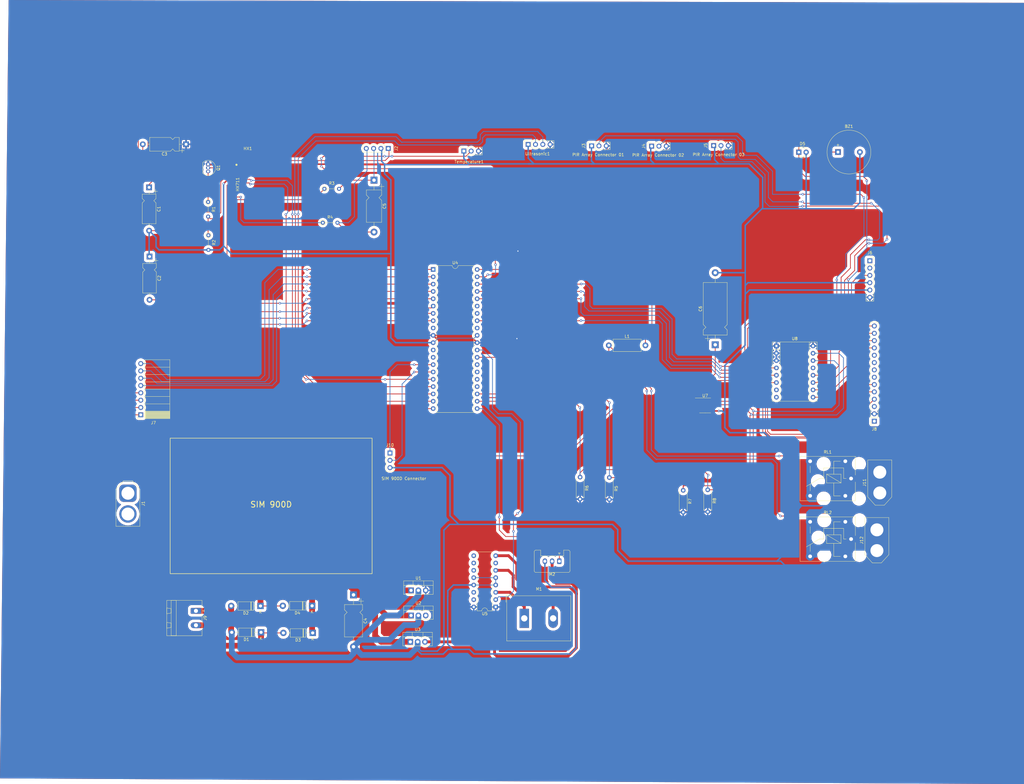
<source format=kicad_pcb>
(kicad_pcb (version 20211014) (generator pcbnew)
  (layers (0 "F.Cu" signal) (31 "B.Cu" signal) (34 "B.Paste" user) (35 "F.Paste" user) (36 "B.SilkS" user "B.Silkscreen") (37 "F.SilkS" user "F.Silkscreen") (38 "B.Mask" user) (39 "F.Mask" user) (44 "Edge.Cuts" user))
  (net 0 "")
  (net 1 "Net-(M1-Pad1)")
  (net 2 "Net-(M1-Pad2)")
  (net 3 "Net-(R6-Pad1)")
  (net 4 "Net-(C3-Pad1)")
  (net 5 "Net-(R5-Pad1)")
  (net 6 "Net-(HX1-Pad8)")
  (net 7 "Net-(C5-Pad2)")
  (net 8 "Net-(HX1-Pad4)")
  (net 9 "Net-(Q1-Pad3)")
  (net 10 "Net-(HX1-Pad7)")
  (net 11 "Net-(C5-Pad1)")
  (net 12 "Net-(RL2-Pad11)")
  (net 13 "Net-(RL2-Pad12)")
  (net 15 "Net-(RL2-PadA1)")
  (net 16 "Net-(RL1-Pad11)")
  (net 17 "Net-(RL1-Pad12)")
  (net 19 "Net-(RL1-PadA1)")
  (net 20 "Net-(J5-Pad2)")
  (net 21 "Net-(J10-Pad1)")
  (net 22 "Net-(J10-Pad2)")
  (net 23 "Net-(HX1-Pad2)")
  (net 24 "Net-(Temperature1-Pad2)")
  (net 25 "Net-(C4-Pad1)")
  (net 26 "Net-(M2-Pad2)")
  (net 32 "Net-(J7-Pad8)")
  (net 33 "Net-(J7-Pad7)")
  (net 34 "Net-(J7-Pad6)")
  (net 35 "Net-(J7-Pad5)")
  (net 36 "Net-(J7-Pad1)")
  (net 37 "Net-(J7-Pad2)")
  (net 38 "Net-(J7-Pad3)")
  (net 39 "Net-(J7-Pad4)")
  (net 43 "Net-(U4-Pad16)")
  (net 44 "Net-(U4-Pad17)")
  (net 45 "Net-(HX1-Pad12)")
  (net 46 "Net-(HX1-Pad11)")
  (net 47 "Net-(M2-Pad1)")
  (net 52 "Net-(U4-Pad29)")
  (net 54 "Net-(BZ1-Pad2)")
  (net 57 "Net-(J4-Pad2)")
  (net 58 "Net-(J3-Pad2)")
  (net 59 "Net-(BZ1-Pad1)")
  (net 65 "Net-(J8-Pad4)")
  (net 66 "Net-(J8-Pad5)")
  (net 67 "Net-(J8-Pad6)")
  (net 70 "Net-(J8-Pad11)")
  (net 71 "Net-(J8-Pad12)")
  (net 72 "Net-(J8-Pad13)")
  (net 73 "Net-(J8-Pad14)")
  (net 75 "Net-(C6-Pad1)")
  (net 76 "Net-(C1-Pad1)")
  (net 77 "Net-(C2-Pad2)")
  (net 78 "Net-(HX1-Pad10)")
  (net 80 "Net-(D2-Pad1)")
  (net 81 "Net-(D1-Pad1)")
  (net 92 "Net-(J6-Pad3)")
  (footprint "Connector_PinSocket_2.54mm:PinSocket_1x03_P2.54mm_Vertical" (layer "F.Cu") (at 136.8 21.4 90)
    (fp_text reference "Temperature1")
    (fp_text value "DS18B20")
  )
  (footprint "Package_SO:SOIC-8_3.9x4.9mm_P1.27mm" (layer "F.Cu") (at 220.45 109.65)
    (fp_text reference "U7")
    (fp_text value "DS3232M")
  )
  (footprint "Package_TO_SOT_THT:TO-220-3_Vertical" (layer "F.Cu") (at 118.5 173.8)
    (fp_text reference "U1")
    (fp_text value "L7805")
  )
  (footprint "Resistor_THT:R_Axial_DIN0204_L3.6mm_D1.6mm_P5.08mm_Vertical" (layer "F.Cu") (at 87.91 46.25)
    (fp_text reference "R4")
    (fp_text value "100 Ω")
  )
  (footprint "Connector_PinSocket_2.54mm:PinSocket_1x06_P2.54mm_Vertical" (layer "F.Cu") (at 277.55 59.45)
    (fp_text reference "J6")
    (fp_text value "pH Sensor Connector")
  )
  (footprint "LED_THT:LED_D3.0mm" (layer "F.Cu") (at 252.925 21.8)
    (fp_text reference "D5")
    (fp_text value "LED")
  )
  (footprint "Package_TO_SOT_THT:TO-220-3_Vertical" (layer "F.Cu") (at 118.25 191.65)
    (fp_text reference "U3")
    (fp_text value "LM7812_TO220")
  )
  (footprint "Resistor_THT:R_Axial_DIN0204_L3.6mm_D1.6mm_P5.08mm_Vertical" (layer "F.Cu") (at 48.25 50.61 -90)
    (fp_text reference "R2")
    (fp_text value "8.2 kΩ")
  )
  (footprint "Connector_AMASS:AMASS_XT60-M_1x02_P7.20mm_Vertical" (layer "F.Cu") (at 20.35 140.1 -90)
    (fp_text reference "J1")
    (fp_text value "Conn_WallSocket")
  )
  (footprint "Package_DIP:DIP-16_W7.62mm" (layer "F.Cu") (at 147.85 179.55 180)
    (fp_text reference "U5")
    (fp_text value "L293D")
  )
  (footprint "Resistor_THT:R_Axial_DIN0204_L3.6mm_D1.6mm_P5.08mm_Vertical" (layer "F.Cu") (at 48.15 39.06 -90)
    (fp_text reference "R1")
    (fp_text value "20 kΩ")
  )
  (footprint "Capacitor_THT:CP_Axial_L10.0mm_D4.5mm_P15.00mm_Horizontal" (layer "F.Cu") (at 40.5 19.05 180)
    (fp_text reference "C3")
    (fp_text value "10 μF")
  )
  (footprint "Capacitor_THT:CP_Axial_L10.0mm_D4.5mm_P15.00mm_Horizontal" (layer "F.Cu") (at 27.85 58 -90)
    (fp_text reference "C2")
    (fp_text value "0.1 μF")
  )
  (footprint "Buzzer_Beeper:Buzzer_15x7.5RM7.6" (layer "F.Cu") (at 266.5 21.75)
    (fp_text reference "BZ1")
    (fp_text value "Buzzer")
  )
  (footprint "Connector_Stocko:Stocko_MKS_1653-6-0-303_1x3_P2.50mm_Vertical" (layer "F.Cu") (at 169.9 163.7 180)
    (fp_text reference "M2")
    (fp_text value "Motor_Servo")
  )
  (footprint "Connector_PinSocket_2.54mm:PinSocket_1x04_P2.54mm_Vertical" (layer "F.Cu") (at 110.6 20.5 -90)
    (fp_text reference "J2")
    (fp_text value "Weight Sensor Connector")
  )
  (footprint "Connector_AMASS:AMASS_XT60-M_1x02_P7.20mm_Vertical" (layer "F.Cu") (at 281 140 90)
    (fp_text reference "J11")
    (fp_text value "Conn_WallSocket")
  )
  (footprint "HX711:HX711" (layer "F.Cu") (at 61.89 21.0306)
    (fp_text reference "HX1")
    (fp_text value "HX711")
  )
  (footprint "Capacitor_THT:CP_Axial_L11.0mm_D5.0mm_P18.00mm_Horizontal" (layer "F.Cu") (at 105.6575 31.5 -90)
    (fp_text reference "C5")
    (fp_text value "0.1 μF")
  )
  (footprint "Capacitor_THT:CP_Axial_L10.0mm_D4.5mm_P15.00mm_Horizontal" (layer "F.Cu") (at 27.7 34 -90)
    (fp_text reference "C1")
    (fp_text value "10 μF")
  )
  (footprint "Connector_PinSocket_2.54mm:PinSocket_1x08_P2.54mm_Horizontal" (layer "F.Cu") (at 24.8 112.9 180)
    (fp_text reference "J7")
    (fp_text value "Keypad Connector")
  )
  (footprint "Resistor_THT:R_Axial_DIN0207_L6.3mm_D2.5mm_P7.62mm_Horizontal" (layer "F.Cu") (at 187.25 134.66 -90)
    (fp_text reference "R5")
    (fp_text value "R")
  )
  (footprint "Package_TO_SOT_THT:TO-92_Inline" (layer "F.Cu") (at 48.15 25.95 -90)
    (fp_text reference "Q1")
    (fp_text value "2N4403")
  )
  (footprint "Diode_THT:D_DO-41_SOD81_P10.16mm_Horizontal" (layer "F.Cu") (at 66.5 188.35 180)
    (fp_text reference "D1")
    (fp_text value "1N4007")
  )
  (footprint "Connector_AMASS:AMASS_XT60-M_1x02_P7.20mm_Vertical" (layer "F.Cu") (at 280 160 90)
    (fp_text reference "J12")
    (fp_text value "Conn_WallSocket")
  )
  (footprint "Diode_THT:D_DO-41_SOD81_P10.16mm_Horizontal" (layer "F.Cu") (at 84.2 179.15 180)
    (fp_text reference "D4")
    (fp_text value "1N4007")
  )
  (footprint "Connector_Phoenix_MSTB:PhoenixContact_MSTBA_2,5_2-G_1x02_P5.00mm_Horizontal" (layer "F.Cu") (at 43.9275 180.9 -90)
    (fp_text reference "J9")
    (fp_text value "Conn_01x02_Female")
  )
  (footprint "Capacitor_THT:CP_Axial_L11.0mm_D6.0mm_P18.00mm_Horizontal" (layer "F.Cu") (at 98.55 175.35 -90)
    (fp_text reference "C4")
    (fp_text value "C_Polarized")
  )
  (footprint "Connector_PinSocket_2.54mm:PinSocket_1x03_P2.54mm_Vertical" (layer "F.Cu") (at 111.2 126.15)
    (fp_text reference "J10")
    (fp_text value "SIM 900D Connector")
  )
  (footprint "Resistor_THT:R_Axial_DIN0207_L6.3mm_D2.5mm_P7.62mm_Horizontal" (layer "F.Cu") (at 177.1 134.51 -90)
    (fp_text reference "R6")
    (fp_text value "R")
  )
  (footprint "Relay_THT:Relay_SPDT_Finder_36.11" (layer "F.Cu") (at 271.05 156 180)
    (fp_text reference "RL2")
    (fp_text value "FINDER-36.11")
  )
  (footprint "Resistor_THT:R_Axial_DIN0204_L3.6mm_D1.6mm_P5.08mm_Vertical" (layer "F.Cu") (at 88.46 34.5)
    (fp_text reference "R3")
    (fp_text value "100 Ω")
  )
  (footprint "Resistor_THT:R_Axial_DIN0207_L6.3mm_D2.5mm_P7.62mm_Horizontal" (layer "F.Cu") (at 212.85 139.09 -90)
    (fp_text reference "R7")
    (fp_text value "R")
  )
  (footprint "Connector_PinSocket_2.54mm:PinSocket_1x03_P2.54mm_Vertical" (layer "F.Cu") (at 181.1 19.6 90)
    (fp_text reference "J3")
    (fp_text value "PIR Array Connector 01")
  )
  (footprint "Connector_PinSocket_2.54mm:PinSocket_1x03_P2.54mm_Vertical" (layer "F.Cu") (at 201.9 19.7 90)
    (fp_text reference "J4")
    (fp_text value "PIR Array Connector 02")
  )
  (footprint "Diode_THT:D_DO-41_SOD81_P10.16mm_Horizontal" (layer "F.Cu") (at 84.4 188.55 180)
    (fp_text reference "D3")
    (fp_text value "1N4007")
  )
  (footprint "Relay_THT:Relay_SPDT_Finder_36.11" (layer "F.Cu") (at 271.05 135 180)
    (fp_text reference "RL1")
    (fp_text value "FINDER-36.11")
  )
  (footprint "Diode_THT:D_DO-41_SOD81_P10.16mm_Horizontal" (layer "F.Cu") (at 66.3 179.2 180)
    (fp_text reference "D2")
    (fp_text value "1N4007")
  )
  (footprint "Connector_PinSocket_2.54mm:PinSocket_1x14_P2.54mm_Vertical" (layer "F.Cu") (at 279.1 115.1 180)
    (fp_text reference "J8")
    (fp_text value "LCD Connector")
  )
  (footprint "Capacitor_THT:CP_Axial_L18.0mm_D8.0mm_P25.00mm_Horizontal" (layer "F.Cu") (at 223.95 88.6 90)
    (fp_text reference "C6")
    (fp_text value "C_Polarized")
  )
  (footprint "Module:Pololu_Breakout-16_15.2x20.3mm" (layer "F.Cu") (at 245.16 89.01)
    (fp_text reference "U8")
    (fp_text value "PCF8574")
  )
  (footprint "Inductor_THT:L_Axial_L9.5mm_D4.0mm_P12.70mm_Horizontal_Fastron_SMCC" (layer "F.Cu") (at 187.05 88.8)
    (fp_text reference "L1")
    (fp_text value "INDUCTOR")
  )
  (footprint "Connector_PinSocket_2.54mm:PinSocket_1x03_P2.54mm_Vertical" (layer "F.Cu") (at 223.4 19.5 90)
    (fp_text reference "J5")
    (fp_text value "PIR Array Connector 03")
  )
  (footprint "TerminalBlock_Dinkle:TerminalBlock_Dinkle_DT-55-B01X-02_P10.00mm" (layer "F.Cu") (at 157.75 183.5)
    (fp_text reference "M1")
    (fp_text value "Motor_DC")
  )
  (footprint "Package_TO_SOT_THT:TO-220-3_Vertical" (layer "F.Cu") (at 118.5 182.5)
    (fp_text reference "U2")
    (fp_text value "LM7809_TO220")
  )
  (footprint "Resistor_THT:R_Axial_DIN0207_L6.3mm_D2.5mm_P7.62mm_Horizontal" (layer "F.Cu") (at 221.35 138.9 -90)
    (fp_text reference "R8")
    (fp_text value "R")
  )
  (footprint "Connector_PinSocket_2.54mm:PinSocket_1x04_P2.54mm_Vertical" (layer "F.Cu") (at 159.1 19.1 90)
    (fp_text reference "Ultrasonic1")
    (fp_text value "Conn_01x04_Female")
  )
  (footprint "Package_DIP:DIP-40_W15.24mm" (layer "F.Cu") (at 126.175 62.475)
    (fp_text reference "U4")
    (fp_text value "ATmega32A-P")
  )
  (gr_rect (start 35 121) (end 105 168) (layer "F.SilkS") (width 0.2) (fill none))
  (gr_text "SIM 900D" (at 70 144) (layer "F.SilkS") (effects (font (size 2 2) (thickness 0.3))))
  (segment (start 157.75 179.45) (end 152.77 174.47) (width 1) (layer "F.Cu") (net 1))
  (segment (start 152.77 174.47) (end 147.85 174.47) (width 1) (layer "F.Cu") (net 1))
  (segment (start 157.75 183.5) (end 157.75 179.45) (width 1) (layer "F.Cu") (net 1))
  (segment (start 153.95 168.55) (end 152.25 166.85) (width 1) (layer "F.Cu") (net 2))
  (segment (start 167.75 176.35) (end 165.85 174.45) (width 1) (layer "F.Cu") (net 2))
  (segment (start 153.9 169.45) (end 153.95 169.4) (width 1) (layer "F.Cu") (net 2))
  (segment (start 153.95 169.4) (end 153.95 168.55) (width 1) (layer "F.Cu") (net 2))
  (segment (start 165.85 174.45) (end 155.8 174.45) (width 1) (layer "F.Cu") (net 2))
  (segment (start 153.9 172.55) (end 153.9 169.45) (width 1) (layer "F.Cu") (net 2))
  (segment (start 167.75 183.5) (end 167.75 176.35) (width 1) (layer "F.Cu") (net 2))
  (segment (start 155.8 174.45) (end 153.9 172.55) (width 1) (layer "F.Cu") (net 2))
  (segment (start 152.25 166.85) (end 147.85 166.85) (width 1) (layer "F.Cu") (net 2))
  (segment (start 233.8 108.2) (end 237.1 111.5) (width 0.25) (layer "F.Cu") (net 3))
  (segment (start 222.925 107.745) (end 224.645 107.745) (width 0.25) (layer "F.Cu") (net 3))
  (segment (start 225.1 108.2) (end 233.8 108.2) (width 0.25) (layer "F.Cu") (net 3))
  (segment (start 177.1 133) (end 178.2 131.9) (width 0.25) (layer "F.Cu") (net 3))
  (segment (start 174.895 108.195) (end 177 110.3) (width 0.25) (layer "F.Cu") (net 3))
  (segment (start 178.2 131.9) (end 219.6 131.9) (width 0.25) (layer "F.Cu") (net 3))
  (segment (start 177.1 134.51) (end 177.1 133) (width 0.25) (layer "F.Cu") (net 3))
  (segment (start 141.415 108.195) (end 174.895 108.195) (width 0.25) (layer "F.Cu") (net 3))
  (segment (start 234.5 138.9) (end 237.124511 136.275489) (width 0.25) (layer "F.Cu") (net 3))
  (segment (start 219.6 131.9) (end 221.5 133.8) (width 0.25) (layer "F.Cu") (net 3))
  (segment (start 237.124511 136.275489) (end 237.124511 111.524511) (width 0.25) (layer "F.Cu") (net 3))
  (segment (start 221.35 138.9) (end 234.5 138.9) (width 0.25) (layer "F.Cu") (net 3))
  (segment (start 224.645 107.745) (end 225.1 108.2) (width 0.25) (layer "F.Cu") (net 3))
  (segment (start 237.124511 111.524511) (end 237.1 111.5) (width 0.25) (layer "F.Cu") (net 3))
  (via (at 177 110.3) (size 0.8) (drill 0.4) (layers "F.Cu" "B.Cu") (net 3))
  (via (at 221.5 133.8) (size 0.8) (drill 0.4) (layers "F.Cu" "B.Cu") (net 3))
  (via (at 237.1 111.5) (size 0.8) (drill 0.4) (layers "F.Cu" "B.Cu") (net 3))
  (segment (start 257.86 94.09) (end 265.19 94.09) (width 0.25) (layer "B.Cu") (net 3))
  (segment (start 264.7 111.7) (end 237.3 111.7) (width 0.25) (layer "B.Cu") (net 3))
  (segment (start 266.9 109.5) (end 264.7 111.7) (width 0.25) (layer "B.Cu") (net 3))
  (segment (start 237.3 111.7) (end 237.1 111.5) (width 0.25) (layer "B.Cu") (net 3))
  (segment (start 177.1 110.4) (end 177.1 134.51) (width 0.25) (layer "B.Cu") (net 3))
  (segment (start 221.35 133.95) (end 221.35 138.9) (width 0.25) (layer "B.Cu") (net 3))
  (segment (start 177 110.3) (end 177.1 110.4) (width 0.25) (layer "B.Cu") (net 3))
  (segment (start 221.5 133.8) (end 221.35 133.95) (width 0.25) (layer "B.Cu") (net 3))
  (segment (start 266.9 95.8) (end 266.9 109.5) (width 0.25) (layer "B.Cu") (net 3))
  (segment (start 265.19 94.09) (end 266.9 95.8) (width 0.25) (layer "B.Cu") (net 3))
  (segment (start 123.58 173.8) (end 125.6 173.8) (width 0.5) (layer "F.Cu") (net 4))
  (segment (start 188.51 146.71) (end 187.25 145.45) (width 0.5) (layer "F.Cu") (net 4))
  (segment (start 60.8706 25.95) (end 60.71 26.1106) (width 0.5) (layer "F.Cu") (net 4))
  (segment (start 239.8 30.45) (end 235.3 25.95) (width 0.5) (layer "F.Cu") (net 4))
  (segment (start 267.95 83.1) (end 273.65 77.4) (width 0.5) (layer "F.Cu") (net 4))
  (segment (start 216.1 107.5) (end 216.1 104.3) (width 0.5) (layer "F.Cu") (net 4))
  (segment (start 207.1 19.82) (end 207.1 24.6) (width 0.5) (layer "F.Cu") (net 4))
  (segment (start 239.7 94.15) (end 239.7 91.6) (width 0.5) (layer "F.Cu") (net 4))
  (segment (start 48.3106 26.1106) (end 48.15 25.95) (width 0.5) (layer "F.Cu") (net 4))
  (segment (start 216.813928 109.8) (end 216.953448 109.66048) (width 0.5) (layer "F.Cu") (net 4))
  (segment (start 245.16 91.55) (end 240.65 91.55) (width 0.25) (layer "F.Cu") (net 4))
  (segment (start 221.35 146.52) (end 213.04 146.52) (width 0.5) (layer "F.Cu") (net 4))
  (segment (start 140.23 179.55) (end 136.9 179.55) (width 0.5) (layer "F.Cu") (net 4))
  (segment (start 235.3 25.95) (end 206.75 25.95) (width 0.5) (layer "F.Cu") (net 4))
  (segment (start 165.45 25.95) (end 166.75 25.95) (width 0.5) (layer "F.Cu") (net 4))
  (segment (start 166.75 134.15) (end 191.1 109.8) (width 0.5) (layer "F.Cu") (net 4))
  (segment (start 140.3 86.95) (end 140.49 86.95) (width 0.5) (layer "F.Cu") (net 4))
  (segment (start 273.65 77.4) (end 281.7 77.4) (width 0.5) (layer "F.Cu") (net 4))
  (segment (start 153.775 87.875) (end 155.2 86.45) (width 0.5) (layer "F.Cu") (net 4))
  (segment (start 280.25 72.15) (end 282.1 70.3) (width 0.5) (layer "F.Cu") (net 4))
  (segment (start 166.7 24.6) (end 165.4 25.9) (width 0.5) (layer "F.Cu") (net 4))
  (segment (start 245.16 89.01) (end 240.69 89.01) (width 0.25) (layer "F.Cu") (net 4))
  (segment (start 239.7 91.6) (end 239.7 84.95) (width 0.5) (layer "F.Cu") (net 4))
  (segment (start 154.05 25.95) (end 154 26) (width 0.5) (layer "F.Cu") (net 4))
  (segment (start 133.37 142.13) (end 166.82 142.13) (width 0.5) (layer "F.Cu") (net 4))
  (segment (start 48.15 24.5) (end 48.15 25.95) (width 0.5) (layer "F.Cu") (net 4))
  (segment (start 141.415 87.875) (end 153.775 87.875) (width 0.5) (layer "F.Cu") (net 4))
  (segment (start 134.6 173.75) (end 134.55 173.8) (width 0.5) (layer "F.Cu") (net 4))
  (segment (start 141.88 24.58) (end 143.2 25.9) (width 0.5) (layer "F.Cu") (net 4))
  (segment (start 127.54 86.7) (end 140.05 86.7) (width 0.5) (layer "F.Cu") (net 4))
  (segment (start 125.6 173.8) (end 128 171.4) (width 0.5) (layer "F.Cu") (net 4))
  (segment (start 191.1 109.8) (end 192.45 108.45) (width 0.5) (layer "F.Cu") (net 4))
  (segment (start 135.55 178.2) (end 135.55 174.7) (width 0.5) (layer "F.Cu") (net 4))
  (segment (start 166.82 142.13) (end 177.1 142.13) (width 0.5) (layer "F.Cu") (net 4))
  (segment (start 282.1 70.3) (end 282.1 43.35) (width 0.5) (layer "F.Cu") (net 4))
  (segment (start 228.5 19.52) (end 228.48 19.5) (width 0.5) (layer "F.Cu") (net 4))
  (segment (start 154 26) (end 155.55 27.55) (width 0.5) (layer "F.Cu") (net 4))
  (segment (start 267.6 82.05) (end 241.65 82.05) (width 0.5) (layer "F.Cu") (net 4))
  (segment (start 60.71 26.1106) (end 56.81 26.1106) (width 0.5) (layer "F.Cu") (net 4))
  (segment (start 215.15 108.45) (end 216.1 107.5) (width 0.5) (layer "F.Cu") (net 4))
  (segment (start 216.953448 109.66048) (end 217.62952 109.66048) (width 0.5) (layer "F.Cu") (net 4))
  (segment (start 212.85 146.71) (end 188.51 146.71) (width 0.5) (layer "F.Cu") (net 4))
  (segment (start 56.81 26.1106) (end 48.3106 26.1106) (width 0.5) (layer "F.Cu") (net 4))
  (segment (start 276.3 76.4) (end 273.25 76.4) (width 0.5) (layer "F.Cu") (net 4))
  (segment (start 240.69 89.01) (end 239.7 90) (width 0.25) (layer "F.Cu") (net 4))
  (segment (start 136.9 179.55) (end 135.55 178.2) (width 0.5) (layer "F.Cu") (net 4))
  (segment (start 177.1 142.13) (end 187.1 142.13) (width 0.5) (layer "F.Cu") (net 4))
  (segment (start 186.18 19.6) (end 186.4 19.82) (width 0.5) (layer "F.Cu") (net 4))
  (segment (start 186.4 19.82) (end 186.4 24.9) (width 0.5) (layer "F.Cu") (net 4))
  (segment (start 166.75 142.26) (end 166.75 134.15) (width 0.5) (layer "F.Cu") (net 4))
  (segment (start 155.55 27.55) (end 155.55 56.1) (width 0.5) (layer "F.Cu") (net 4))
  (segment (start 240.55 41.8) (end 239.8 41.05) (width 0.5) (layer "F.Cu") (net 4))
  (segment (start 239.7 99.3) (end 239.7 94.15) (width 0.5) (layer "F.Cu") (net 4))
  (segment (start 245.16 94.09) (end 240.57 94.09) (width 0.25) (layer "F.Cu") (net 4))
  (segment (start 283.2 110.3) (end 280.94 112.56) (width 0.5) (layer "F.Cu") (net 4))
  (segment (start 147.85 179.55) (end 140.23 179.55) (width 0.5) (layer "F.Cu") (net 4))
  (segment (start 165.4 25.9) (end 165.45 25.95) (width 0.5) (layer "F.Cu") (net 4))
  (segment (start 258 83.1) (end 267.95 83.1) (width 0.5) (layer "F.Cu") (net 4))
  (segment (start 273.25 76.4) (end 267.6 82.05) (width 0.5) (layer "F.Cu") (net 4))
  (segment (start 277.55 72.15) (end 277.55 75.15) (width 0.5) (layer "F.Cu") (net 4))
  (segment (start 42.7 19.05) (end 48.15 24.5) (width 0.5) (layer "F.Cu") (net 4))
  (segment (start 140.49 86.95) (end 141.415 87.875) (width 0.5) (layer "F.Cu") (net 4))
  (segment (start 186.4 24.9) (end 185.4 25.9) (width 0.5) (layer "F.Cu") (net 4))
  (segment (start 192.45 108.45) (end 215.15 108.45) (width 0.5) (layer "F.Cu") (net 4))
  (segment (start 241.65 82.05) (end 239.7 84) (width 0.5) (layer "F.Cu") (net 4))
  (segment (start 283.2 78.9) (end 283.2 110.3) (width 0.5) (layer "F.Cu") (net 4))
  (segment (start 228.5 25) (end 228.5 19.52) (width 0.5) (layer "F.Cu") (net 4))
  (segment (start 280.94 112.56) (end 279.1 112.56) (width 0.5) (layer "F.Cu") (net 4))
  (segment (start 40.5 19.05) (end 42.7 19.05) (width 0.5) (layer "F.Cu") (net 4))
  (segment (start 126.175 85.335) (end 127.54 86.7) (width 0.5) (layer "F.Cu") (net 4))
  (segment (start 218.55 101.85) (end 237.15 101.85) (width 0.5) (layer "F.Cu") (net 4))
  (segment (start 166.82 142.13) (end 166.7 142.01) (width 0.5) (layer "F.Cu") (net 4))
  (segment (start 240.57 94.09) (end 239.76 94.9) (width 0.25) (layer "F.Cu") (net 4))
  (segment (start 166.75 25.95) (end 206.75 25.95) (width 0.5) (layer "F.Cu") (net 4))
  (segment (start 128 171.4) (end 128 149.45) (width 0.5) (layer "F.Cu") (net 4))
  (segment (start 166.72 19.1) (end 166.7 19.12) (width 0.5) (layer "F.Cu") (net 4))
  (segment (start 185.4 25.9) (end 186.2 25.9) (width 0.5) (layer "F.Cu") (net 4))
  (segment (start 134.55 173.8) (end 123.58 173.8) (width 0.5) (layer "F.Cu") (net 4))
  (segment (start 240.65 91.55) (end 239.7 92.5) (width 0.25) (layer "F.Cu") (net 4))
  (segment (start 280.55 41.8) (end 240.55 41.8) (width 0.5) (layer "F.Cu") (net 4))
  (segment (start 282.1 43.35) (end 280.55 41.8) (width 0.5) (layer "F.Cu") (net 4))
  (segment (start 207.1 24.6) (end 205.75 25.95) (width 0.5) (layer "F.Cu") (net 4))
  (segment (start 277.55 75.15) (end 276.3 76.4) (width 0.5) (layer "F.Cu") (net 4))
  (segment (start 155.05 25.95) (end 154.05 25.95) (width 0.5) (layer "F.Cu") (net 4))
  (segment (start 237.15 101.85) (end 239.7 99.3) (width 0.5) (layer "F.Cu") (net 4))
  (segment (start 191.1 109.8) (end 216.813928 109.8) (width 0.5) (layer "F.Cu") (net 4))
  (segment (start 166.75 25.95) (end 155.05 25.95) (width 0.5) (layer "F.Cu") (net 4))
  (segment (start 217.62952 109.66048) (end 218.025 109.265) (width 0.5) (layer "F.Cu") (net 4))
  (segment (start 127.85 149.3) (end 127.85 147.65) (width 0.5) (layer "F.Cu") (net 4))
  (segment (start 155.05 25.95) (end 60.8706 25.95) (width 0.5) (layer "F.Cu") (net 4))
  (segment (start 257.86 89.01) (end 257.86 84.38) (width 0.5) (layer "F.Cu") (net 4))
  (segment (start 281.7 77.4) (end 283.2 78.9) (width 0.5) (layer "F.Cu") (net 4))
  (segment (start 239.7 84) (end 239.7 84.95) (width 0.5) (layer "F.Cu") (net 4))
  (segment (start 140.05 86.7) (end 140.3 86.95) (width 0.5) (layer "F.Cu") (net 4))
  (segment (start 128 149.45) (end 127.85 149.3) (width 0.5) (layer "F.Cu") (net 4))
  (segment (start 239.7 84.95) (end 241.55 83.1) (width 0.5) (layer "F.Cu") (net 4))
  (segment (start 257.86 84.38) (end 259 83.24) (width 0.5) (layer "F.Cu") (net 4))
  (segment (start 206.98 19.7) (end 207.1 19.82) (width 0.5) (layer "F.Cu") (net 4))
  (segment (start 187.1 142.13) (end 187.25 142.28) (width 0.5) (layer "F.Cu") (net 4))
  (segment (start 135.55 174.7) (end 134.6 173.75) (width 0.5) (layer "F.Cu") (net 4))
  (segment (start 277.55 72.15) (end 280.25 72.15) (width 0.5) (layer "F.Cu") (net 4))
  (segment (start 187.25 145.45) (end 187.25 142.28) (width 0.5) (layer "F.Cu") (net 4))
  (segment (start 166.7 19.12) (end 166.7 24.6) (width 0.5) (layer "F.Cu") (net 4))
  (segment (start 216.1 104.3) (end 218.55 101.85) (width 0.5) (layer "F.Cu") (net 4))
  (segment (start 141.88 21.4) (end 141.88 24.58) (width 0.5) (layer "F.Cu") (net 4))
  (segment (start 227.7 25.8) (end 228.5 25) (width 0.5) (layer "F.Cu") (net 4))
  (segment (start 127.85 147.65) (end 133.37 142.13) (width 0.5) (layer "F.Cu") (net 4))
  (segment (start 213.04 146.52) (end 212.85 146.71) (width 0.5) (layer "F.Cu") (net 4))
  (segment (start 241.55 83.1) (end 258 83.1) (width 0.5) (layer "F.Cu") (net 4))
  (segment (start 205.75 25.95) (end 206.75 25.95) (width 0.5) (layer "F.Cu") (net 4))
  (segment (start 239.8 41.05) (end 239.8 30.45) (width 0.5) (layer "F.Cu") (net 4))
  (via (at 155.2 86.45) (size 0.8) (drill 0.4) (layers "F.Cu" "B.Cu") (net 4))
  (via (at 155.55 56.1) (size 0.8) (drill 0.4) (layers "F.Cu" "B.Cu") (net 4))
  (segment (start 155.6 56.15) (end 155.55 56.1) (width 0.5) (layer "B.Cu") (net 4))
  (segment (start 155.6 86.05) (end 155.6 56.15) (width 0.5) (layer "B.Cu") (net 4))
  (segment (start 155.2 86.45) (end 155.6 86.05) (width 0.5) (layer "B.Cu") (net 4))
  (segment (start 212.85 137.75) (end 213.1 137.5) (width 0.25) (layer "F.Cu") (net 5))
  (segment (start 211.26 134.66) (end 212.85 136.25) (width 0.25) (layer "F.Cu") (net 5))
  (segment (start 236 113.1) (end 236.4 112.7) (width 0.25) (layer "F.Cu") (net 5))
  (segment (start 184.255 105.655) (end 187.3 108.7) (width 0.25) (layer "F.Cu") (net 5))
  (segment (start 212.85 136.25) (end 212.85 139.09) (width 0.25) (layer "F.Cu") (net 5))
  (segment (start 234.5 137.5) (end 236 136) (width 0.25) (layer "F.Cu") (net 5))
  (segment (start 224.665 109.015) (end 225.05 109.4) (width 0.25) (layer "F.Cu") (net 5))
  (segment (start 213.1 137.5) (end 234.5 137.5) (width 0.25) (layer "F.Cu") (net 5))
  (segment (start 141.415 105.655) (end 184.255 105.655) (width 0.25) (layer "F.Cu") (net 5))
  (segment (start 187.25 134.66) (end 211.26 134.66) (width 0.25) (layer "F.Cu") (net 5))
  (segment (start 236 136) (end 236 113.1) (width 0.25) (layer "F.Cu") (net 5))
  (segment (start 222.925 109.015) (end 224.665 109.015) (width 0.25) (layer "F.Cu") (net 5))
  (segment (start 212.85 139.09) (end 212.85 137.75) (width 0.25) (layer "F.Cu") (net 5))
  (segment (start 233.1 109.4) (end 236.4 112.7) (width 0.25) (layer "F.Cu") (net 5))
  (segment (start 225.05 109.4) (end 233.1 109.4) (width 0.25) (layer "F.Cu") (net 5))
  (via (at 236.4 112.7) (size 0.8) (drill 0.4) (layers "F.Cu" "B.Cu") (net 5))
  (via (at 187.3 108.7) (size 0.8) (drill 0.4) (layers "F.Cu" "B.Cu") (net 5))
  (segment (start 266.05 112.95) (end 268.4 110.6) (width 0.25) (layer "B.Cu") (net 5))
  (segment (start 187.25 108.75) (end 187.25 134.66) (width 0.25) (layer "B.Cu") (net 5))
  (segment (start 266.8 91.55) (end 257.86 91.55) (width 0.25) (layer "B.Cu") (net 5))
  (segment (start 268.4 110.6) (end 268.4 93.15) (width 0.25) (layer "B.Cu") (net 5))
  (segment (start 236.4 112.7) (end 236.65 112.95) (width 0.25) (layer "B.Cu") (net 5))
  (segment (start 268.4 93.15) (end 266.8 91.55) (width 0.25) (layer "B.Cu") (net 5))
  (segment (start 187.3 108.7) (end 187.25 108.75) (width 0.25) (layer "B.Cu") (net 5))
  (segment (start 236.65 112.95) (end 266.05 112.95) (width 0.25) (layer "B.Cu") (net 5))
  (segment (start 56.8 36.3) (end 57.85 37.35) (width 0.25) (layer "F.Cu") (net 6))
  (segment (start 56.81 36.29) (end 56.8 36.3) (width 0.25) (layer "F.Cu") (net 6))
  (segment (start 57.85 37.35) (end 59.45 37.35) (width 0.25) (layer "F.Cu") (net 6))
  (segment (start 56.81 35.0006) (end 56.81 36.29) (width 0.25) (layer "F.Cu") (net 6))
  (via (at 59.45 37.35) (size 0.8) (drill 0.4) (layers "F.Cu" "B.Cu") (net 6))
  (segment (start 59.45 45.15) (end 59.45 37.35) (width 0.25) (layer "B.Cu") (net 6))
  (segment (start 87.91 46.25) (end 60.55 46.25) (width 0.25) (layer "B.Cu") (net 6))
  (segment (start 60.55 46.25) (end 59.45 45.15) (width 0.25) (layer "B.Cu") (net 6))
  (segment (start 96.14 49.4) (end 96.15 49.4) (width 0.25) (layer "F.Cu") (net 7))
  (segment (start 96.25 49.5) (end 105.6575 49.5) (width 0.25) (layer "F.Cu") (net 7))
  (segment (start 92.99 46.25) (end 96.14 49.4) (width 0.25) (layer "F.Cu") (net 7))
  (segment (start 96.15 49.4) (end 96.25 49.5) (width 0.25) (layer "F.Cu") (net 7))
  (segment (start 102.98 20.5) (end 103.23 20.75) (width 0.25) (layer "B.Cu") (net 7))
  (segment (start 103.23 20.75) (end 103.23 28.27) (width 0.25) (layer "B.Cu") (net 7))
  (segment (start 103.23 28.27) (end 98.85 32.65) (width 0.25) (layer "B.Cu") (net 7))
  (segment (start 96.8 46.25) (end 92.99 46.25) (width 0.25) (layer "B.Cu") (net 7))
  (segment (start 98.85 44.2) (end 96.8 46.25) (width 0.25) (layer "B.Cu") (net 7))
  (segment (start 98.85 32.65) (end 98.85 44.2) (width 0.25) (layer "B.Cu") (net 7))
  (segment (start 48.15 44.14) (end 48.15 50.51) (width 0.25) (layer "F.Cu") (net 8))
  (segment (start 48.86 44.85) (end 50.45 44.85) (width 0.25) (layer "F.Cu") (net 8))
  (segment (start 48.15 50.51) (end 48.25 50.61) (width 0.25) (layer "F.Cu") (net 8))
  (segment (start 52.55 42.75) (end 52.55 32) (width 0.25) (layer "F.Cu") (net 8))
  (segment (start 48.15 44.14) (end 48.86 44.85) (width 0.25) (layer "F.Cu") (net 8))
  (segment (start 50.45 44.85) (end 52.55 42.75) (width 0.25) (layer "F.Cu") (net 8))
  (segment (start 54.6294 29.9206) (end 56.81 29.9206) (width 0.25) (layer "F.Cu") (net 8))
  (segment (start 52.55 32) (end 54.6294 29.9206) (width 0.25) (layer "F.Cu") (net 8))
  (segment (start 48.15 28.49) (end 48.15 39.06) (width 0.25) (layer "F.Cu") (net 9))
  (segment (start 57.2 38.25) (end 55.35 36.4) (width 0.25) (layer "F.Cu") (net 10))
  (segment (start 87.254889 35.705111) (end 87.194889 35.705111) (width 0.25) (layer "F.Cu") (net 10))
  (segment (start 84.65 38.25) (end 57.2 38.25) (width 0.25) (layer "F.Cu") (net 10))
  (segment (start 55.35 36.4) (end 55.35 34.25) (width 0.25) (layer "F.Cu") (net 10))
  (segment (start 55.8694 33.7306) (end 56.81 33.7306) (width 0.25) (layer "F.Cu") (net 10))
  (segment (start 87.194889 35.705111) (end 84.65 38.25) (width 0.25) (layer "F.Cu") (net 10))
  (segment (start 88.46 34.5) (end 87.254889 35.705111) (width 0.25) (layer "F.Cu") (net 10))
  (segment (start 55.35 34.25) (end 55.8694 33.7306) (width 0.25) (layer "F.Cu") (net 10))
  (segment (start 96.54 31.5) (end 93.54 34.5) (width 0.25) (layer "F.Cu") (net 11))
  (segment (start 105.6575 31.5) (end 96.54 31.5) (width 0.25) (layer "F.Cu") (net 11))
  (segment (start 105.6575 20.6375) (end 105.52 20.5) (width 0.25) (layer "B.Cu") (net 11))
  (segment (start 105.6575 31.5) (end 105.6575 20.6375) (width 0.25) (layer "B.Cu") (net 11))
  (segment (start 274.25 152.8) (end 271.05 156) (width 2) (layer "B.Cu") (net 12))
  (segment (start 280 152.8) (end 274.25 152.8) (width 2) (layer "B.Cu") (net 12))
  (segment (start 279 159) (end 259.85 159) (width 2) (layer "B.Cu") (net 13))
  (segment (start 280 160) (end 279 159) (width 2) (layer "B.Cu") (net 13))
  (segment (start 259.85 159) (end 256.85 162) (width 2) (layer "B.Cu") (net 13))
  (segment (start 172.05 127.15) (end 125.3 127.15) (width 0.25) (layer "F.Cu") (net 15))
  (segment (start 192.05 103.4) (end 192.05 107.2) (width 0.25) (layer "F.Cu") (net 15))
  (segment (start 249 147) (end 268 147) (width 0.25) (layer "F.Cu") (net 15))
  (segment (start 123.25 111.85) (end 124.365 110.735) (width 0.25) (layer "F.Cu") (net 15))
  (segment (start 269.05 148.05) (end 269.05 150) (width 0.25) (layer "F.Cu") (net 15))
  (segment (start 125.3 127.15) (end 123.25 125.1) (width 0.25) (layer "F.Cu") (net 15))
  (segment (start 199.55 103.35) (end 192 103.35) (width 0.25) (layer "F.Cu") (net 15))
  (segment (start 192 103.35) (end 192.05 103.4) (width 0.25) (layer "F.Cu") (net 15))
  (segment (start 124.365 110.735) (end 126.175 110.735) (width 0.25) (layer "F.Cu") (net 15))
  (segment (start 192 107.2) (end 172.05 127.15) (width 0.25) (layer "F.Cu") (net 15))
  (segment (start 192.05 107.2) (end 192 107.2) (width 0.25) (layer "F.Cu") (net 15))
  (segment (start 248 148) (end 249 147) (width 0.25) (layer "F.Cu") (net 15))
  (segment (start 200.25 104.05) (end 199.55 103.35) (width 0.25) (layer "F.Cu") (net 15))
  (segment (start 246.6 148) (end 248 148) (width 0.25) (layer "F.Cu") (net 15))
  (segment (start 200.25 104.6) (end 200.25 104.05) (width 0.25) (layer "F.Cu") (net 15))
  (segment (start 123.25 125.1) (end 123.25 111.85) (width 0.25) (layer "F.Cu") (net 15))
  (segment (start 268 147) (end 269.05 148.05) (width 0.25) (layer "F.Cu") (net 15))
  (via (at 200.25 104.6) (size 0.8) (drill 0.4) (layers "F.Cu" "B.Cu") (net 15))
  (via (at 246.6 148) (size 0.8) (drill 0.4) (layers "F.Cu" "B.Cu") (net 15))
  (segment (start 243.9 128.3) (end 203.7 128.3) (width 0.25) (layer "B.Cu") (net 15))
  (segment (start 203.5 128.4) (end 200.25 125.15) (width 0.25) (layer "B.Cu") (net 15))
  (segment (start 203.7 128.3) (end 203.6 128.4) (width 0.25) (layer "B.Cu") (net 15))
  (segment (start 245.4 129.8) (end 243.9 128.3) (width 0.25) (layer "B.Cu") (net 15))
  (segment (start 246.6 148) (end 245.4 146.8) (width 0.25) (layer "B.Cu") (net 15))
  (segment (start 245.4 146.8) (end 245.4 129.8) (width 0.25) (layer "B.Cu") (net 15))
  (segment (start 203.6 128.4) (end 203.5 128.4) (width 0.25) (layer "B.Cu") (net 15))
  (segment (start 200.25 125.15) (end 200.25 104.6) (width 0.25) (layer "B.Cu") (net 15))
  (segment (start 273.25 132.8) (end 271.05 135) (width 2) (layer "B.Cu") (net 16))
  (segment (start 281 132.8) (end 273.25 132.8) (width 2) (layer "B.Cu") (net 16))
  (segment (start 279 138) (end 259.85 138) (width 2) (layer "B.Cu") (net 17))
  (segment (start 256 142.45) (end 256 142) (width 0.5) (layer "B.Cu") (net 17))
  (segment (start 281 140) (end 279 138) (width 2) (layer "B.Cu") (net 17))
  (segment (start 259.85 138) (end 256.85 141) (width 2) (layer "B.Cu") (net 17))
  (segment (start 246.1 127.2) (end 246.15 127.15) (width 0.25) (layer "F.Cu") (net 19))
  (segment (start 200.65 102.65) (end 201.8 103.8) (width 0.25) (layer "F.Cu") (net 19))
  (segment (start 246.15 127.15) (end 249.85 127.15) (width 0.25) (layer "F.Cu") (net 19))
  (segment (start 181.655 92.955) (end 191.35 102.65) (width 0.25) (layer "F.Cu") (net 19))
  (segment (start 266.05 126) (end 269.05 129) (width 0.25) (layer "F.Cu") (net 19))
  (segment (start 249.85 127.15) (end 251 126) (width 0.25) (layer "F.Cu") (net 19))
  (segment (start 141.415 92.955) (end 181.655 92.955) (width 0.25) (layer "F.Cu") (net 19))
  (segment (start 201.8 103.8) (end 201.8 104.6) (width 0.25) (layer "F.Cu") (net 19))
  (segment (start 191.35 102.65) (end 200.65 102.65) (width 0.25) (layer "F.Cu") (net 19))
  (segment (start 251 126) (end 266.05 126) (width 0.25) (layer "F.Cu") (net 19))
  (via (at 246.1 127.2) (size 0.8) (drill 0.4) (layers "F.Cu" "B.Cu") (net 19))
  (via (at 201.8 104.6) (size 0.8) (drill 0.4) (layers "F.Cu" "B.Cu") (net 19))
  (segment (start 246.1 127.2) (end 203.9 127.2) (width 0.25) (layer "B.Cu") (net 19))
  (segment (start 203.9 127.2) (end 201.8 125.1) (width 0.25) (layer "B.Cu") (net 19))
  (segment (start 201.8 125.1) (end 201.8 104.6) (width 0.25) (layer "B.Cu") (net 19))
  (segment (start 276.6 53.4) (end 272.3 57.7) (width 0.25) (layer "F.Cu") (net 20))
  (segment (start 269.824511 65.275489) (end 269.799897 65.275489) (width 0.25) (layer "F.Cu") (net 20))
  (segment (start 266.2 78.8) (end 240.7 78.8) (width 0.25) (layer "F.Cu") (net 20))
  (segment (start 283.5 42.9) (end 283.5 52) (width 0.25) (layer "F.Cu") (net 20))
  (segment (start 177.365 72.635) (end 141.415 72.635) (width 0.25) (layer "F.Cu") (net 20))
  (segment (start 236.2 83.3) (end 236.2 96.4) (width 0.25) (layer "F.Cu") (net 20))
  (segment (start 272.3 62.8) (end 269.824511 65.275489) (width 0.25) (layer "F.Cu") (net 20))
  (segment (start 236.3 96.5) (end 234.3 98.5) (width 0.25) (layer "F.Cu") (net 20))
  (segment (start 236.2 96.4) (end 236.3 96.5) (width 0.25) (layer "F.Cu") (net 20))
  (segment (start 269.799897 65.275489) (end 268.8 66.275386) (width 0.25) (layer "F.Cu") (net 20))
  (segment (start 254.2 40.5) (end 281.1 40.5) (width 0.25) (layer "F.Cu") (net 20))
  (segment (start 277.2245 53.4) (end 276.6 53.4) (width 0.25) (layer "F.Cu") (net 20))
  (segment (start 177.4 72.6) (end 177.365 72.635) (width 0.25) (layer "F.Cu") (net 20))
  (segment (start 240.7 78.8) (end 236.2 83.3) (width 0.25) (layer "F.Cu") (net 20))
  (segment (start 234.3 98.5) (end 225.6 98.5) (width 0.25) (layer "F.Cu") (net 20))
  (segment (start 268.8 76.2) (end 266.2 78.8) (width 0.25) (layer "F.Cu") (net 20))
  (segment (start 281.1 40.5) (end 283.5 42.9) (width 0.25) (layer "F.Cu") (net 20))
  (segment (start 268.8 66.275386) (end 268.8 76.2) (width 0.25) (layer "F.Cu") (net 20))
  (segment (start 272.3 57.7) (end 272.3 62.8) (width 0.25) (layer "F.Cu") (net 20))
  (via (at 177.4 72.6) (size 0.8) (drill 0.4) (layers "F.Cu" "B.Cu") (net 20))
  (via (at 283.5 52) (size 0.8) (drill 0.4) (layers "F.Cu" "B.Cu") (net 20))
  (via (at 277.2245 53.4) (size 0.8) (drill 0.4) (layers "F.Cu" "B.Cu") (net 20))
  (via (at 225.6 98.5) (size 0.8) (drill 0.4) (layers "F.Cu" "B.Cu") (net 20))
  (via (at 254.2 40.5) (size 0.8) (drill 0.4) (layers "F.Cu" "B.Cu") (net 20))
  (segment (start 241.2 29.6) (end 241.2 29.8) (width 0.25) (layer "B.Cu") (net 20))
  (segment (start 282.1 53.4) (end 277.2245 53.4) (width 0.25) (layer "B.Cu") (net 20))
  (segment (start 204.2 78.4) (end 207 81.2) (width 0.25) (layer "B.Cu") (net 20))
  (segment (start 242.7 40.6) (end 254.1 40.6) (width 0.25) (layer "B.Cu") (net 20))
  (segment (start 241.2 29.8) (end 241.2 39.1) (width 0.25) (layer "B.Cu") (net 20))
  (segment (start 225.94 23.94) (end 227.1 25.1) (width 0.25) (layer "B.Cu") (net 20))
  (segment (start 177.4 77.4) (end 178.4 78.4) (width 0.25) (layer "B.Cu") (net 20))
  (segment (start 207 81.2) (end 207 93.8) (width 0.25) (layer "B.Cu") (net 20))
  (segment (start 236.7 25.1) (end 241.2 29.6) (width 0.25) (layer "B.Cu") (net 20))
  (segment (start 225.94 19.5) (end 225.94 23.94) (width 0.25) (layer "B.Cu") (net 20))
  (segment (start 254.1 40.6) (end 254.2 40.5) (width 0.25) (layer "B.Cu") (net 20))
  (segment (start 241.2 39.1) (end 242.7 40.6) (width 0.25) (layer "B.Cu") (net 20))
  (segment (start 222.8 95.7) (end 225.6 98.5) (width 0.25) (layer "B.Cu") (net 20))
  (segment (start 208.9 95.7) (end 222.8 95.7) (width 0.25) (layer "B.Cu") (net 20))
  (segment (start 177.4 72.6) (end 177.4 77.4) (width 0.25) (layer "B.Cu") (net 20))
  (segment (start 178.4 78.4) (end 204.2 78.4) (width 0.25) (layer "B.Cu") (net 20))
  (segment (start 227.1 25.1) (end 236.7 25.1) (width 0.25) (layer "B.Cu") (net 20))
  (segment (start 207 93.8) (end 208.9 95.7) (width 0.25) (layer "B.Cu") (net 20))
  (segment (start 283.5 52) (end 282.1 53.4) (width 0.25) (layer "B.Cu") (net 20))
  (segment (start 119.6 95.5) (end 119.605 95.495) (width 0.25) (layer "F.Cu") (net 21))
  (segment (start 119.605 95.495) (end 126.175 95.495) (width 0.25) (layer "F.Cu") (net 21))
  (via (at 119.6 95.5) (size 0.8) (drill 0.4) (layers "F.Cu" "B.Cu") (net 21))
  (segment (start 119.6 95.5) (end 119.595 95.495) (width 0.25) (layer "B.Cu") (net 21))
  (segment (start 113.705 95.495) (end 111.2 98) (width 0.25) (layer "B.Cu") (net 21))
  (segment (start 111.2 98) (end 111.2 126.15) (width 0.25) (layer "B.Cu") (net 21))
  (segment (start 119.595 95.495) (end 113.705 95.495) (width 0.25) (layer "B.Cu") (net 21))
  (segment (start 126.175 98.035) (end 119.585 98.035) (width 0.25) (layer "F.Cu") (net 22))
  (via (at 119.585 98.035) (size 0.8) (drill 0.4) (layers "F.Cu" "B.Cu") (net 22))
  (segment (start 113.51 128.69) (end 111.2 128.69) (width 0.25) (layer "B.Cu") (net 22))
  (segment (start 119.585 98.035) (end 115.4 102.22) (width 0.25) (layer "B.Cu") (net 22))
  (segment (start 115.4 126.8) (end 113.51 128.69) (width 0.25) (layer "B.Cu") (net 22))
  (segment (start 115.4 102.22) (end 115.4 126.8) (width 0.25) (layer "B.Cu") (net 22))
  (segment (start 56.6494 27.22) (end 56.81 27.3806) (width 0.25) (layer "F.Cu") (net 23))
  (segment (start 48.15 27.22) (end 56.6494 27.22) (width 0.25) (layer "F.Cu") (net 23))
  (segment (start 144.385 65.015) (end 141.415 65.015) (width 0.25) (layer "F.Cu") (net 24))
  (segment (start 147.7 32.5) (end 147.7 32.6) (width 0.25) (layer "F.Cu") (net 24))
  (segment (start 88.2255 27.5) (end 145.9 27.5) (width 0.25) (layer "F.Cu") (net 24))
  (segment (start 139.34 21.4) (end 137.54 23.2) (width 0.25) (layer "F.Cu") (net 24))
  (segment (start 145.1 64.3) (end 144.385 65.015) (width 0.25) (layer "F.Cu") (net 24))
  (segment (start 145.9 27.5) (end 147.7 29.3) (width 0.25) (layer "F.Cu") (net 24))
  (segment (start 88.1755 23.2) (end 87.4 23.9755) (width 0.25) (layer "F.Cu") (net 24))
  (segment (start 109.3 23.2) (end 88.1755 23.2) (width 0.25) (layer "F.Cu") (net 24))
  (segment (start 87.4 26.6745) (end 88.2255 27.5) (width 0.25) (layer "F.Cu") (net 24))
  (segment (start 137.54 23.2) (end 137.5 23.2) (width 0.25) (layer "F.Cu") (net 24))
  (segment (start 137.5 23.2) (end 111.9 23.2) (width 0.25) (layer "F.Cu") (net 24))
  (segment (start 147.7 60.7) (end 147.8 60.8) (width 0.25) (layer "F.Cu") (net 24))
  (segment (start 147.7 29.3) (end 147.7 32.6) (width 0.25) (layer "F.Cu") (net 24))
  (segment (start 147.7 32.6) (end 147.7 60.7) (width 0.25) (layer "F.Cu") (net 24))
  (via (at 87.4 26.6745) (size 0.8) (drill 0.4) (layers "F.Cu" "B.Cu") (net 24))
  (via (at 111.9 23.2) (size 0.8) (drill 0.4) (layers "F.Cu" "B.Cu") (net 24))
  (via (at 87.4 23.9755) (size 0.8) (drill 0.4) (layers "F.Cu" "B.Cu") (net 24))
  (via (at 109.3 23.2) (size 0.8) (drill 0.4) (layers "F.Cu" "B.Cu") (net 24))
  (via (at 147.8 60.8) (size 0.8) (drill 0.4) (layers "F.Cu" "B.Cu") (net 24))
  (via (at 145.1 64.3) (size 0.8) (drill 0.4) (layers "F.Cu" "B.Cu") (net 24))
  (segment (start 147.8 63.8) (end 147.8 60.8) (width 0.25) (layer "B.Cu") (net 24))
  (segment (start 111.9 23.2) (end 109.3 23.2) (width 0.25) (layer "B.Cu") (net 24))
  (segment (start 147.3 64.3) (end 147.8 63.8) (width 0.25) (layer "B.Cu") (net 24))
  (segment (start 87.4 26.6745) (end 87.4 23.9755) (width 0.25) (layer "B.Cu") (net 24))
  (segment (start 145.1 64.3) (end 147.3 64.3) (width 0.25) (layer "B.Cu") (net 24))
  (segment (start 84.2 179.15) (end 84.2 188.35) (width 2) (layer "F.Cu") (net 25))
  (segment (start 103.75 174.6) (end 99.3 174.6) (width 2) (layer "F.Cu") (net 25))
  (segment (start 108.35 179.2) (end 103.75 174.6) (width 2) (layer "F.Cu") (net 25))
  (segment (start 84.2 188.35) (end 84.4 188.55) (width 0.25) (layer "F.Cu") (net 25))
  (segment (start 98.55 175.35) (end 100.1 173.8) (width 2) (layer "F.Cu") (net 25))
  (segment (start 108.15 191.65) (end 118.25 191.65) (width 2) (layer "F.Cu") (net 25))
  (segment (start 106.05 189.55) (end 108.15 191.65) (width 2) (layer "F.Cu") (net 25))
  (segment (start 86.2 171.45) (end 84.2 173.45) (width 2) (layer "F.Cu") (net 25))
  (segment (start 96.4 171.45) (end 86.2 171.45) (width 2) (layer "F.Cu") (net 25))
  (segment (start 98.55 173.6) (end 96.4 171.45) (width 2) (layer "F.Cu") (net 25))
  (segment (start 118.5 182.5) (end 109.95 182.5) (width 2) (layer "F.Cu") (net 25))
  (segment (start 98.55 175.35) (end 101.95 175.35) (width 2) (layer "F.Cu") (net 25))
  (segment (start 98.55 175.35) (end 98.55 173.6) (width 2) (layer "F.Cu") (net 25))
  (segment (start 84.2 173.45) (end 84.2 179.15) (width 2) (layer "F.Cu") (net 25))
  (segment (start 108.35 180.9) (end 108.35 179.2) (width 2) (layer "F.Cu") (net 25))
  (segment (start 106.05 179.45) (end 106.05 189.55) (width 2) (layer "F.Cu") (net 25))
  (segment (start 101.95 175.35) (end 106.05 179.45) (width 2) (layer "F.Cu") (net 25))
  (segment (start 100.1 173.8) (end 118.5 173.8) (width 2) (layer "F.Cu") (net 25))
  (segment (start 99.3 174.6) (end 98.55 175.35) (width 2) (layer "F.Cu") (net 25))
  (segment (start 109.95 182.5) (end 108.35 180.9) (width 2) (layer "F.Cu") (net 25))
  (segment (start 147.45 193.1) (end 147.45 195.85) (width 1) (layer "F.Cu") (net 26))
  (segment (start 173.5 172.6) (end 157.85 172.6) (width 1) (layer "F.Cu") (net 26))
  (segment (start 152.27 161.77) (end 147.85 161.77) (width 1) (layer "F.Cu") (net 26))
  (segment (start 175.8 172.95) (end 174.2 171.35) (width 1) (layer "F.Cu") (net 26))
  (segment (start 175.8 175.1) (end 175.8 174.9) (width 1) (layer "F.Cu") (net 26))
  (segment (start 155.15 169.9) (end 155.15 164.65) (width 1) (layer "F.Cu") (net 26))
  (segment (start 172.9 196.65) (end 175.8 193.75) (width 1) (layer "F.Cu") (net 26))
  (segment (start 167.4 169.95) (end 167.4 163.7) (width 1) (layer "F.Cu") (net 26))
  (segment (start 148.25 196.65) (end 172.9 196.65) (width 1) (layer "F.Cu") (net 26))
  (segment (start 175.8 174.9) (end 173.5 172.6) (width 1) (layer "F.Cu") (net 26))
  (segment (start 168.8 171.35) (end 167.4 169.95) (width 1) (layer "F.Cu") (net 26))
  (segment (start 157.85 172.6) (end 155.15 169.9) (width 1) (layer "F.Cu") (net 26))
  (segment (start 147.45 195.85) (end 148.25 196.65) (width 1) (layer "F.Cu") (net 26))
  (segment (start 146 191.65) (end 147.45 193.1) (width 1) (layer "F.Cu") (net 26))
  (segment (start 175.8 193.75) (end 175.8 175.1) (width 1) (layer "F.Cu") (net 26))
  (segment (start 155.15 164.65) (end 152.27 161.77) (width 1) (layer "F.Cu") (net 26))
  (segment (start 123.33 191.65) (end 146 191.65) (width 1) (layer "F.Cu") (net 26))
  (segment (start 175.8 175.1) (end 175.8 172.95) (width 1) (layer "F.Cu") (net 26))
  (segment (start 174.2 171.35) (end 168.8 171.35) (width 1) (layer "F.Cu") (net 26))
  (segment (start 82.525 62.475) (end 126.175 62.475) (width 0.25) (layer "F.Cu") (net 32))
  (via (at 82.5 62.5) (size 0.8) (drill 0.4) (layers "F.Cu" "B.Cu") (net 32))
  (segment (start 82.475 62.475) (end 72.425 62.475) (width 0.25) (layer "B.Cu") (net 32))
  (segment (start 72.425 62.475) (end 67.8 67.1) (width 0.25) (layer "B.Cu") (net 32))
  (segment (start 33.9 100.7) (end 28.32 95.12) (width 0.25) (layer "B.Cu") (net 32))
  (segment (start 66.2 100.7) (end 33.9 100.7) (width 0.25) (layer "B.Cu") (net 32))
  (segment (start 67.8 99.1) (end 66.2 100.7) (width 0.25) (layer "B.Cu") (net 32))
  (segment (start 82.5 62.5) (end 82.475 62.475) (width 0.25) (layer "B.Cu") (net 32))
  (segment (start 28.32 95.12) (end 24.8 95.12) (width 0.25) (layer "B.Cu") (net 32))
  (segment (start 67.8 67.1) (end 67.8 99.1) (width 0.25) (layer "B.Cu") (net 32))
  (segment (start 82.415 65.015) (end 126.175 65.015) (width 0.25) (layer "F.Cu") (net 33))
  (segment (start 82.4 65) (end 82.415 65.015) (width 0.25) (layer "F.Cu") (net 33))
  (segment (start 126.175 65.015) (end 126.06 64.9) (width 0.25) (layer "F.Cu") (net 33))
  (via (at 82.4 65) (size 0.8) (drill 0.4) (layers "F.Cu" "B.Cu") (net 33))
  (segment (start 69.3 69.5) (end 69.3 100) (width 0.25) (layer "B.Cu") (net 33))
  (segment (start 73.8 65) (end 69.3 69.5) (width 0.25) (layer "B.Cu") (net 33))
  (segment (start 82.4 65) (end 73.8 65) (width 0.25) (layer "B.Cu") (net 33))
  (segment (start 28.36 97.66) (end 24.8 97.66) (width 0.25) (layer "B.Cu") (net 33))
  (segment (start 67.9 101.4) (end 32.1 101.4) (width 0.25) (layer "B.Cu") (net 33))
  (segment (start 32.1 101.4) (end 28.36 97.66) (width 0.25) (layer "B.Cu") (net 33))
  (segment (start 69.3 100) (end 67.9 101.4) (width 0.25) (layer "B.Cu") (net 33))
  (segment (start 82.445 67.555) (end 126.175 67.555) (width 0.25) (layer "F.Cu") (net 34))
  (segment (start 82.4 67.6) (end 82.445 67.555) (width 0.25) (layer "F.Cu") (net 34))
  (via (at 82.4 67.6) (size 0.8) (drill 0.4) (layers "F.Cu" "B.Cu") (net 34))
  (segment (start 82.3 67.5) (end 74.4 67.5) (width 0.25) (layer "B.Cu") (net 34))
  (segment (start 70.7 71.2) (end 70.7 100.7) (width 0.25) (layer "B.Cu") (net 34))
  (segment (start 69.3 102.1) (end 30.4 102.1) (width 0.25) (layer "B.Cu") (net 34))
  (segment (start 74.4 67.5) (end 70.7 71.2) (width 0.25) (layer "B.Cu") (net 34))
  (segment (start 30.4 102.1) (end 28.5 100.2) (width 0.25) (layer "B.Cu") (net 34))
  (segment (start 28.5 100.2) (end 24.8 100.2) (width 0.25) (layer "B.Cu") (net 34))
  (segment (start 70.7 100.7) (end 69.3 102.1) (width 0.25) (layer "B.Cu") (net 34))
  (segment (start 82.4 67.6) (end 82.3 67.5) (width 0.25) (layer "B.Cu") (net 34))
  (segment (start 82.3 70) (end 82.395 70.095) (width 0.25) (layer "F.Cu") (net 35))
  (segment (start 82.395 70.095) (end 126.175 70.095) (width 0.25) (layer "F.Cu") (net 35))
  (via (at 82.3 70) (size 0.8) (drill 0.4) (layers "F.Cu" "B.Cu") (net 35))
  (segment (start 71.9 72.6) (end 71.9 101.2) (width 0.25) (layer "B.Cu") (net 35))
  (segment (start 70.36 102.74) (end 24.8 102.74) (width 0.25) (layer "B.Cu") (net 35))
  (segment (start 71.9 101.2) (end 70.36 102.74) (width 0.25) (layer "B.Cu") (net 35))
  (segment (start 74.6 69.9) (end 71.9 72.6) (width 0.25) (layer "B.Cu") (net 35))
  (segment (start 82.2 69.9) (end 74.6 69.9) (width 0.25) (layer "B.Cu") (net 35))
  (segment (start 82.3 70) (end 82.2 69.9) (width 0.25) (layer "B.Cu") (net 35))
  (segment (start 14 111.9) (end 15.3 113.2) (width 0.25) (layer "F.Cu") (net 36))
  (segment (start 73 74.2) (end 32.7 74.2) (width 0.25) (layer "F.Cu") (net 36))
  (segment (start 82.465 72.635) (end 126.175 72.635) (width 0.25) (layer "F.Cu") (net 36))
  (segment (start 82.3 72.8) (end 82.465 72.635) (width 0.25) (layer "F.Cu") (net 36))
  (segment (start 14 77.7) (end 14 111.9) (width 0.25) (layer "F.Cu") (net 36))
  (segment (start 15.4 76.3) (end 14 77.7) (width 0.25) (layer "F.Cu") (net 36))
  (segment (start 30.6 76.3) (end 15.4 76.3) (width 0.25) (layer "F.Cu") (net 36))
  (segment (start 32.7 74.2) (end 30.6 76.3) (width 0.25) (layer "F.Cu") (net 36))
  (segment (start 15.6 112.9) (end 24.8 112.9) (width 0.25) (layer "F.Cu") (net 36))
  (segment (start 15.3 113.2) (end 15.6 112.9) (width 0.25) (layer "F.Cu") (net 36))
  (via (at 82.3 72.8) (size 0.8) (drill 0.4) (layers "F.Cu" "B.Cu") (net 36))
  (via (at 73 74.2) (size 0.8) (drill 0.4) (layers "F.Cu" "B.Cu") (net 36))
  (segment (start 80.9 74.2) (end 73 74.2) (width 0.25) (layer "B.Cu") (net 36))
  (segment (start 82.3 72.8) (end 80.9 74.2) (width 0.25) (layer "B.Cu") (net 36))
  (segment (start 16.54 110.36) (end 24.8 110.36) (width 0.25) (layer "F.Cu") (net 37))
  (segment (start 82.5 75.9) (end 82.575 75.825) (width 0.25) (layer "F.Cu") (net 37))
  (segment (start 14.7 109) (end 16.3 110.6) (width 0.25) (layer "F.Cu") (net 37))
  (segment (start 16.2 79.3) (end 16.1 79.2) (width 0.25) (layer "F.Cu") (net 37))
  (segment (start 16 79.2) (end 14.7 80.5) (width 0.25) (layer "F.Cu") (net 37))
  (segment (start 125.525 75.825) (end 126.175 75.175) (width 0.25) (layer "F.Cu") (net 37))
  (segment (start 32.8 77.1) (end 30.8 79.1) (width 0.25) (layer "F.Cu") (net 37))
  (segment (start 16.3 110.6) (end 16.54 110.36) (width 0.25) (layer "F.Cu") (net 37))
  (segment (start 14.7 80.5) (end 14.7 109) (width 0.25) (layer "F.Cu") (net 37))
  (segment (start 30.8 79.1) (end 30.8 79.3) (width 0.25) (layer "F.Cu") (net 37))
  (segment (start 73 77.1) (end 32.8 77.1) (width 0.25) (layer "F.Cu") (net 37))
  (segment (start 16.1 79.2) (end 16 79.2) (width 0.25) (layer "F.Cu") (net 37))
  (segment (start 82.575 75.825) (end 125.525 75.825) (width 0.25) (layer "F.Cu") (net 37))
  (segment (start 82.5 75.9) (end 82.6 75.8) (width 0.25) (layer "F.Cu") (net 37))
  (segment (start 30.8 79.3) (end 16.2 79.3) (width 0.25) (layer "F.Cu") (net 37))
  (via (at 73 77.1) (size 0.8) (drill 0.4) (layers "F.Cu" "B.Cu") (net 37))
  (via (at 82.5 75.9) (size 0.8) (drill 0.4) (layers "F.Cu" "B.Cu") (net 37))
  (segment (start 81.2 77.1) (end 73 77.1) (width 0.25) (layer "B.Cu") (net 37))
  (segment (start 82.4 75.9) (end 81.2 77.1) (width 0.25) (layer "B.Cu") (net 37))
  (segment (start 82.5 75.9) (end 82.4 75.9) (width 0.25) (layer "B.Cu") (net 37))
  (segment (start 15.6 83.2) (end 15.6 106.1) (width 0.25) (layer "F.Cu") (net 38))
  (segment (start 33.3 79.4) (end 30.8 81.9) (width 0.25) (layer "F.Cu") (net 38))
  (segment (start 17.32 107.82) (end 24.8 107.82) (width 0.25) (layer "F.Cu") (net 38))
  (segment (start 82.415 77.715) (end 126.175 77.715) (width 0.25) (layer "F.Cu") (net 38))
  (segment (start 72.9 79.4) (end 33.3 79.4) (width 0.25) (layer "F.Cu") (net 38))
  (segment (start 15.6 106.1) (end 17.32 107.82) (width 0.25) (layer "F.Cu") (net 38))
  (segment (start 82.4 77.7) (end 82.415 77.715) (width 0.25) (layer "F.Cu") (net 38))
  (segment (start 30.8 81.9) (end 16.9 81.9) (width 0.25) (layer "F.Cu") (net 38))
  (segment (start 16.9 81.9) (end 15.6 83.2) (width 0.25) (layer "F.Cu") (net 38))
  (via (at 82.4 77.7) (size 0.8) (drill 0.4) (layers "F.Cu" "B.Cu") (net 38))
  (via (at 72.9 79.4) (size 0.8) (drill 0.4) (layers "F.Cu" "B.Cu") (net 38))
  (segment (start 81.1 79.4) (end 72.9 79.4) (width 0.25) (layer "B.Cu") (net 38))
  (segment (start 82.4 77.7) (end 82.4 78.1) (width 0.25) (layer "B.Cu") (net 38))
  (segment (start 82.4 78.1) (end 81.1 79.4) (width 0.25) (layer "B.Cu") (net 38))
  (segment (start 16.7 103.9) (end 18.08 105.28) (width 0.25) (layer "F.Cu") (net 39))
  (segment (start 73 81.5) (end 34.4 81.5) (width 0.25) (layer "F.Cu") (net 39))
  (segment (start 82.445 80.255) (end 126.175 80.255) (width 0.25) (layer "F.Cu") (net 39))
  (segment (start 16.7 86.6) (end 16.7 103.9) (width 0.25) (layer "F.Cu") (net 39))
  (segment (start 82.4 80.3) (end 82.445 80.255) (width 0.25) (layer "F.Cu") (net 39))
  (segment (start 18.2 85.1) (end 16.7 86.6) (width 0.25) (layer "F.Cu") (net 39))
  (segment (start 34.4 81.5) (end 30.8 85.1) (width 0.25) (layer "F.Cu") (net 39))
  (segment (start 18.08 105.28) (end 24.8 105.28) (width 0.25) (layer "F.Cu") (net 39))
  (segment (start 30.8 85.1) (end 18.2 85.1) (width 0.25) (layer "F.Cu") (net 39))
  (via (at 73 81.5) (size 0.8) (drill 0.4) (layers "F.Cu" "B.Cu") (net 39))
  (via (at 82.4 80.3) (size 0.8) (drill 0.4) (layers "F.Cu" "B.Cu") (net 39))
  (segment (start 81.2 81.5) (end 73 81.5) (width 0.25) (layer "B.Cu") (net 39))
  (segment (start 82.4 80.3) (end 81.2 81.5) (width 0.25) (layer "B.Cu") (net 39))
  (segment (start 109.5 100.6) (end 109.525 100.575) (width 0.25) (layer "F.Cu") (net 43))
  (segment (start 109.525 100.575) (end 126.175 100.575) (width 0.25) (layer "F.Cu") (net 43))
  (segment (start 78.4 96.9) (end 82.1 100.6) (width 0.25) (layer "F.Cu") (net 43))
  (segment (start 78.4 43.4) (end 78.4 96.9) (width 0.25) (layer "F.Cu") (net 43))
  (via (at 78.4 43.4) (size 0.8) (drill 0.4) (layers "F.Cu" "B.Cu") (net 43))
  (via (at 109.5 100.6) (size 0.8) (drill 0.4) (layers "F.Cu" "B.Cu") (net 43))
  (via (at 82.1 100.6) (size 0.8) (drill 0.4) (layers "F.Cu" "B.Cu") (net 43))
  (segment (start 115.3 18.4) (end 113.3 16.4) (width 0.25) (layer "B.Cu") (net 43))
  (segment (start 141.5 18.3) (end 141.3 18.3) (width 0.25) (layer "B.Cu") (net 43))
  (segment (start 78.2 23.4) (end 78.2 43.2) (width 0.25) (layer "B.Cu") (net 43))
  (segment (start 142.4 17.4) (end 141.5 18.3) (width 0.25) (layer "B.Cu") (net 43))
  (segment (start 82.1 100.6) (end 109.5 100.6) (width 0.25) (layer "B.Cu") (net 43))
  (segment (start 85.2 16.4) (end 78.2 23.4) (width 0.25) (layer "B.Cu") (net 43))
  (segment (start 164.18 16.52) (end 164.2 16.5) (width 0.25) (layer "B.Cu") (net 43))
  (segment (start 142.5 15.7) (end 142.5 15.9) (width 0.25) (layer "B.Cu") (net 43))
  (segment (start 113.3 16.4) (end 85.2 16.4) (width 0.25) (layer "B.Cu") (net 43))
  (segment (start 115.4 18.3) (end 115.3 18.4) (width 0.25) (layer "B.Cu") (net 43))
  (segment (start 162.4 14.6) (end 143.6 14.6) (width 0.25) (layer "B.Cu") (net 43))
  (segment (start 162.6 14.9) (end 162.6 14.8) (width 0.25) (layer "B.Cu") (net 43))
  (segment (start 142.5 17.3) (end 142.4 17.4) (width 0.25) (layer "B.Cu") (net 43))
  (segment (start 78.2 43.2) (end 78.4 43.4) (width 0.25) (layer "B.Cu") (net 43))
  (segment (start 164.18 19.1) (end 164.18 16.52) (width 0.25) (layer "B.Cu") (net 43))
  (segment (start 141.3 18.3) (end 115.4 18.3) (width 0.25) (layer "B.Cu") (net 43))
  (segment (start 164.2 16.5) (end 162.6 14.9) (width 0.25) (layer "B.Cu") (net 43))
  (segment (start 143.6 14.6) (end 142.5 15.7) (width 0.25) (layer "B.Cu") (net 43))
  (segment (start 162.6 14.8) (end 162.4 14.6) (width 0.25) (layer "B.Cu") (net 43))
  (segment (start 142.5 15.9) (end 142.5 17.3) (width 0.25) (layer "B.Cu") (net 43))
  (segment (start 85.815 103.115) (end 126.175 103.115) (width 0.25) (layer "F.Cu") (net 44))
  (segment (start 79.4 96.7) (end 85.815 103.115) (width 0.25) (layer "F.Cu") (net 44))
  (segment (start 79.4 43.3) (end 79.4 96.7) (width 0.25) (layer "F.Cu") (net 44))
  (via (at 79.4 43.3) (size 0.8) (drill 0.4) (layers "F.Cu" "B.Cu") (net 44))
  (segment (start 114.2 19.3) (end 112.8 17.9) (width 0.25) (layer "B.Cu") (net 44))
  (segment (start 79.4 24) (end 79.4 43.3) (width 0.25) (layer "B.Cu") (net 44))
  (segment (start 161.5 16.6) (end 160.7 15.8) (width 0.25) (layer "B.Cu") (net 44))
  (segment (start 161.64 19.1) (end 161.64 16.74) (width 0.25) (layer "B.Cu") (net 44))
  (segment (start 143.3 16.8) (end 143.3 17) (width 0.25) (layer "B.Cu") (net 44))
  (segment (start 143.3 18.2) (end 142.2 19.3) (width 0.25) (layer "B.Cu") (net 44))
  (segment (start 83.8 19.6) (end 79.4 24) (width 0.25) (layer "B.Cu") (net 44))
  (segment (start 144.3 15.8) (end 143.3 16.8) (width 0.25) (layer "B.Cu") (net 44))
  (segment (start 161.64 16.74) (end 161.5 16.6) (width 0.25) (layer "B.Cu") (net 44))
  (segment (start 142.2 19.3) (end 114.2 19.3) (width 0.25) (layer "B.Cu") (net 44))
  (segment (start 112.8 17.9) (end 85.5 17.9) (width 0.25) (layer "B.Cu") (net 44))
  (segment (start 160.7 15.8) (end 144.3 15.8) (width 0.25) (layer "B.Cu") (net 44))
  (segment (start 85.5 17.9) (end 83.8 19.6) (width 0.25) (layer "B.Cu") (net 44))
  (segment (start 143.3 17) (end 143.3 18.2) (width 0.25) (layer "B.Cu") (net 44))
  (segment (start 62.6406 31.1906) (end 63.05 31.6) (width 0.25) (layer "F.Cu") (net 45))
  (segment (start 77.35 97.55) (end 77.35 43.35) (width 0.25) (layer "F.Cu") (net 45))
  (segment (start 126.175 105.655) (end 85.455 105.655) (width 0.25) (layer "F.Cu") (net 45))
  (segment (start 77.35 43.35) (end 77.4 43.3) (width 0.25) (layer "F.Cu") (net 45))
  (segment (start 60.71 31.1906) (end 62.6406 31.1906) (width 0.25) (layer "F.Cu") (net 45))
  (segment (start 85.455 105.655) (end 77.35 97.55) (width 0.25) (layer "F.Cu") (net 45))
  (via (at 77.35 43.35) (size 0.8) (drill 0.4) (layers "F.Cu" "B.Cu") (net 45))
  (via (at 63.05 31.6) (size 0.8) (drill 0.4) (layers "F.Cu" "B.Cu") (net 45))
  (segment (start 77.35 33.45) (end 77.35 43.35) (width 0.25) (layer "B.Cu") (net 45))
  (segment (start 75.5 31.6) (end 77.35 33.45) (width 0.25) (layer "B.Cu") (net 45))
  (segment (start 63.05 31.6) (end 75.5 31.6) (width 0.25) (layer "B.Cu") (net 45))
  (segment (start 60.71 32.4606) (end 62.3606 32.4606) (width 0.25) (layer "F.Cu") (net 46))
  (segment (start 86.295 108.195) (end 126.175 108.195) (width 0.25) (layer "F.Cu") (net 46))
  (segment (start 62.75 32.85) (end 62.8 32.9) (width 0.25) (layer "F.Cu") (net 46))
  (segment (start 62.3606 32.4606) (end 62.75 32.85) (width 0.25) (layer "F.Cu") (net 46))
  (segment (start 75.2 97.1) (end 86.295 108.195) (width 0.25) (layer "F.Cu") (net 46))
  (segment (start 75.2 43.5) (end 75.2 97.1) (width 0.25) (layer "F.Cu") (net 46))
  (segment (start 75.1 43.4) (end 75.2 43.5) (width 0.25) (layer "F.Cu") (net 46))
  (via (at 75.1 43.4) (size 0.8) (drill 0.4) (layers "F.Cu" "B.Cu") (net 46))
  (via (at 62.75 32.85) (size 0.8) (drill 0.4) (layers "F.Cu" "B.Cu") (net 46))
  (segment (start 74.55 32.85) (end 62.75 32.85) (width 0.25) (layer "B.Cu") (net 46))
  (segment (start 75.1 43.4) (end 75.75 42.75) (width 0.25) (layer "B.Cu") (net 46))
  (segment (start 75.75 42.75) (end 75.75 34.05) (width 0.25) (layer "B.Cu") (net 46))
  (segment (start 75.75 34.05) (end 74.55 32.85) (width 0.25) (layer "B.Cu") (net 46))
  (segment (start 169.9 156.8) (end 169.9 163.7) (width 0.25) (layer "F.Cu") (net 47))
  (segment (start 149.1 148.4) (end 149.1 152.9) (width 0.25) (layer "F.Cu") (net 47))
  (segment (start 168.2 155.1) (end 169.9 156.8) (width 0.25) (layer "F.Cu") (net 47))
  (segment (start 149.1 152.9) (end 151.3 155.1) (width 0.25) (layer "F.Cu") (net 47))
  (segment (start 151.3 155.1) (end 168.2 155.1) (width 0.25) (layer "F.Cu") (net 47))
  (via (at 149.1 148.4) (size 0.8) (drill 0.4) (layers "F.Cu" "B.Cu") (net 47))
  (segment (start 149.1 116.5) (end 149.1 148.4) (width 0.25) (layer "B.Cu") (net 47))
  (segment (start 141.415 110.735) (end 143.335 110.735) (width 0.25) (layer "B.Cu") (net 47))
  (segment (start 143.335 110.735) (end 144.5 111.9) (width 0.25) (layer "B.Cu") (net 47))
  (segment (start 144.5 111.9) (end 149.1 116.5) (width 0.25) (layer "B.Cu") (net 47))
  (segment (start 155.45 147.05) (end 154 148.5) (width 0.25) (layer "F.Cu") (net 52))
  (segment (start 154 148.5) (end 154 153.3) (width 0.25) (layer "F.Cu") (net 52))
  (via (at 155.45 147.05) (size 0.8) (drill 0.4) (layers "F.Cu" "B.Cu") (net 52))
  (via (at 154 153.3) (size 0.8) (drill 0.4) (layers "F.Cu" "B.Cu") (net 52))
  (segment (start 146.725489 110.525489) (end 148.7 112.5) (width 0.25) (layer "B.Cu") (net 52))
  (segment (start 154 174.1) (end 152.1 176) (width 0.25) (layer "B.Cu") (net 52))
  (segment (start 156.4 115.5) (end 156.4 146.15) (width 0.25) (layer "B.Cu") (net 52))
  (segment (start 155.5 147.05) (end 155.45 147.05) (width 0.25) (layer "B.Cu") (net 52))
  (segment (start 146.725489 93.625489) (end 146.725489 110.525489) (width 0.25) (layer "B.Cu") (net 52))
  (segment (start 143.515 90.415) (end 146.725489 93.625489) (width 0.25) (layer "B.Cu") (net 52))
  (segment (start 141.415 90.415) (end 143.515 90.415) (width 0.25) (layer "B.Cu") (net 52))
  (segment (start 148.86 176) (end 147.85 177.01) (width 0.25) (layer "B.Cu") (net 52))
  (segment (start 156.4 146.15) (end 155.5 147.05) (width 0.25) (layer "B.Cu") (net 52))
  (segment (start 148.7 112.5) (end 153.4 112.5) (width 0.25) (layer "B.Cu") (net 52))
  (segment (start 154 153.3) (end 154 174.1) (width 0.25) (layer "B.Cu") (net 52))
  (segment (start 152.1 176) (end 148.86 176) (width 0.25) (layer "B.Cu") (net 52))
  (segment (start 153.4 112.5) (end 156.4 115.5) (width 0.25) (layer "B.Cu") (net 52))
  (segment (start 31.2 25.9) (end 29.3 24) (width 0.25) (layer "F.Cu") (net 54))
  (segment (start 55.0594 31.1906) (end 56.81 31.1906) (width 0.5) (layer "F.Cu") (net 54))
  (segment (start 56.14 188.15) (end 56.34 188.35) (width 0.25) (layer "F.Cu") (net 54))
  (segment (start 31.2 48.15) (end 31.2 25.9) (width 0.25) (layer "F.Cu") (net 54))
  (segment (start 26.7 24) (end 25.5 22.8) (width 0.25) (layer "F.Cu") (net 54))
  (segment (start 27.85 49.15) (end 27.7 49) (width 0.25) (layer "F.Cu") (net 54))
  (segment (start 25.5 22.8) (end 25.5 19.05) (width 0.25) (layer "F.Cu") (net 54))
  (segment (start 53.55 32.7) (end 55.0594 31.1906) (width 0.5) (layer "F.Cu") (net 54))
  (segment (start 30.35 49) (end 31.2 48.15) (width 0.25) (layer "F.Cu") (net 54))
  (segment (start 27.7 49) (end 30.35 49) (width 0.25) (layer "F.Cu") (net 54))
  (segment (start 222.925 111.555) (end 225.195 111.555) (width 0.5) (layer "F.Cu") (net 54))
  (segment (start 225.195 111.555) (end 225.2 111.55) (width 0.5) (layer "F.Cu") (net 54))
  (segment (start 56.14 179.2) (end 56.14 188.15) (width 2) (layer "F.Cu") (net 54))
  (segment (start 29.3 24) (end 26.7 24) (width 0.25) (layer "F.Cu") (net 54))
  (via (at 225.195 111.555) (size 0.8) (drill 0.4) (layers "F.Cu" "B.Cu") (net 54))
  (via (at 53.55 32.7) (size 0.8) (drill 0.4) (layers "F.Cu" "B.Cu") (net 54))
  (segment (start 48.25 55.69) (end 52.11 55.69) (width 0.5) (layer "B.Cu") (net 54))
  (segment (start 234.38 68) (end 234.35 67.97) (width 0.5) (layer "B.Cu") (net 54))
  (segment (start 245.35 163.65) (end 246.65 163.65) (width 0.5) (layer "B.Cu") (net 54))
  (segment (start 140.23 171.93) (end 147.85 171.93) (width 0.25) (layer "B.Cu") (net 54))
  (segment (start 129.9 152.9) (end 129.9 192.55) (width 0.5) (layer "B.Cu") (net 54))
  (segment (start 147.85 171.93) (end 147.85 169.39) (width 0.25) (layer "B.Cu") (net 54))
  (segment (start 111.45 57) (end 111.5 57.05) (width 0.5) (layer "B.Cu") (net 54))
  (segment (start 127.9 86.3) (end 126.325 87.875) (width 0.25) (layer "B.Cu") (net 54))
  (segment (start 138.7 25.85) (end 159.2 25.85) (width 0.5) (layer "B.Cu") (net 54))
  (segment (start 98.55 193.35) (end 99.85 192.05) (width 2) (layer "B.Cu") (net 54))
  (segment (start 114.151522 182.5) (end 109.4 182.5) (width 2) (layer "B.Cu") (net 54))
  (segment (start 234.35 67.97) (end 234.35 67.1) (width 0.5) (layer "B.Cu") (net 54))
  (segment (start 138.7 194.25) (end 140.3 195.85) (width 0.5) (layer "B.Cu") (net 54))
  (segment (start 132 133.95) (end 129.28 131.23) (width 0.5) (layer "B.Cu") (net 54))
  (segment (start 255.465 21.8) (end 255.465 41.385) (width 0.5) (layer "B.Cu") (net 54))
  (segment (start 167.15 172.7) (end 166.6 172.15) (width 0.5) (layer "B.Cu") (net 54))
  (segment (start 234.35 47.2) (end 240.15 41.4) (width 0.5) (layer "B.Cu") (net 54))
  (segment (start 161 25.75) (end 160.9 25.85) (width 0.5) (layer "B.Cu") (net 54))
  (segment (start 272.05 41.4) (end 274.1 39.35) (width 0.5) (layer "B.Cu") (net 54))
  (segment (start 53.5 32.75) (end 53.5 54.3) (width 0.5) (layer "B.Cu") (net 54))
  (segment (start 133 194.25) (end 131.3 194.25) (width 0.5) (layer "B.Cu") (net 54))
  (segment (start 175.8 174.1) (end 174.4 172.7) (width 0.5) (layer "B.Cu") (net 54))
  (segment (start 135 150.9) (end 188.3 150.9) (width 0.5) (layer "B.Cu") (net 54))
  (segment (start 181.05 24.85) (end 182 25.8) (width 0.5) (layer "B.Cu") (net 54))
  (segment (start 30.1 51.4) (end 30.1 54.65) (width 0.5) (layer "B.Cu") (net 54))
  (segment (start 129.9 192.55) (end 127.6 194.85) (width 0.5) (layer "B.Cu") (net 54))
  (segment (start 223.75 24.4) (end 225 25.65) (width 0.5) (layer "B.Cu") (net 54))
  (segment (start 234.39 71) (end 234.35 70.96) (width 0.5) (layer "B.Cu") (net 54))
  (segment (start 27.7 49) (end 30.1 51.4) (width 0.5) (layer "B.Cu") (net 54))
  (segment (start 166.6 172.15) (end 166.6 172.05) (width 0.5) (layer "B.Cu") (net 54))
  (segment (start 132 147.9) (end 132 133.95) (width 0.5) (layer "B.Cu") (net 54))
  (segment (start 159.1 23.85) (end 161 25.75) (width 0.5) (layer "B.Cu") (net 54))
  (segment (start 235.78 69.61) (end 234.39 71) (width 0.5) (layer "B.Cu") (net 54))
  (segment (start 58.2 197.05) (end 56.34 195.19) (width 2) (layer "B.Cu") (net 54))
  (segment (start 234.35 69.65) (end 234.35 74) (width 0.5) (layer "B.Cu") (net 54))
  (segment (start 147.85 169.39) (end 140.23 169.39) (width 0.25) (layer "B.Cu") (net 54))
  (segment (start 101.4 196.2) (end 118.051522 196.2) (width 2) (layer "B.Cu") (net 54))
  (segment (start 234.35 74) (end 234.3 74.05) (width 0.5) (layer "B.Cu") (net 54))
  (segment (start 265.6 144.45) (end 269.05 141) (width 0.5) (layer "B.Cu") (net 54))
  (segment (start 121.04 173.8) (end 121.04 175.611522) (width 2) (layer "B.Cu") (net 54))
  (segment (start 108.31 20.75) (end 108.31 24.96) (width 0.5) (layer "B.Cu") (net 54))
  (segment (start 30.1 54.65) (end 31.14 55.69) (width 0.5) (layer "B.Cu") (net 54))
  (segment (start 223.75 19.85) (end 223.75 24.4) (width 0.5) (layer "B.Cu") (net 54))
  (segment (start 131.2 192.45) (end 131.2 175.95) (width 0.5) (layer "B.Cu") (net 54))
  (segment (start 234.3 88.75) (end 234.3 74.05) (width 0.5) (layer "B.Cu") (net 54))
  (segment (start 131.9 150.9) (end 129.9 152.9) (width 0.5) (layer "B.Cu") (net 54))
  (segment (start 248 161) (end 245.35 163.65) (width 0.5) (layer "B.Cu") (net 54))
  (segment (start 121.04 185.16) (end 120.35 185.85) (width 2) (layer "B.Cu") (net 54))
  (segment (start 108.06 20.5) (end 108.31 20.75) (width 0.5) (layer "B.Cu") (net 54))
  (segment (start 234.35 63.55) (end 234.35 47.2) (width 0.5) (layer "B.Cu") (net 54))
  (segment (start 274.1 39.35) (end 274.1 21.75) (width 0.5) (layer "B.Cu") (net 54))
  (segment (start 248 126) (end 248 141.725) (width 0.5) (layer "B.Cu") (net 54))
  (segment (start 235.7 25.85) (end 223.95 25.85) (width 0.5) (layer "B.Cu") (net 54))
  (segment (start 131.25 173.85) (end 133.17 171.93) (width 0.5) (layer "B.Cu") (net 54))
  (segment (start 113.175 87.875) (end 126.175 87.875) (width 0.5) (layer "B.Cu") (net 54))
  (segment (start 225 25.65) (end 224.8 25.85) (width 0.5) (layer "B.Cu") (net 54))
  (segment (start 240.4 41.4) (end 240.4 30.55) (width 0.5) (layer "B.Cu") (net 54))
  (segment (start 138.575 25.725) (end 138.7 25.85) (width 0.5) (layer "B.Cu") (net 54))
  (segment (start 250.725 144.45) (end 265.6 144.45) (width 0.5) (layer "B.Cu") (net 54))
  (segment (start 190.15 152.75) (end 190.15 159.95) (width 0.5) (layer "B.Cu") (net 54))
  (segment (start 133.17 171.93) (end 140.23 171.93) (width 0.5) (layer "B.Cu") (net 54))
  (segment (start 223.95 25.85) (end 201.7 25.85) (width 0.5) (layer "B.Cu") (net 54))
  (segment (start 164.9 170.35) (end 164.9 163.7) (width 0.5) (layer "B.Cu") (net 54))
  (segment (start 277.55 69.61) (end 235.78 69.61) (width 0.5) (layer "B.Cu") (net 54))
  (segment (start 240.4 30.55) (end 235.7 25.85) (width 0.5) (layer "B.Cu") (net 54))
  (segment (start 109.325 29.275) (end 111.5 31.45) (width 0.5) (layer "B.Cu") (net 54))
  (segment (start 190.15 159.95) (end 193.85 163.65) (width 0.5) (layer "B.Cu") (net 54))
  (segment (start 241.1 119.1) (end 248 126) (width 0.5) (layer "B.Cu") (net 54))
  (segment (start 240.15 41.4) (end 255.45 41.4) (width 0.5) (layer "B.Cu") (net 54))
  (segment (start 118.051522 196.2) (end 120.79 193.461522) (width 2) (layer "B.Cu") (net 54))
  (segment (start 136.8 23.95) (end 138.575 25.725) (width 0.5) (layer "B.Cu") (net 54))
  (segment (start 250.55 144.45) (end 248 147) (width 0.5) (layer "B.Cu") (net 54))
  (segment (start 226.405 111.555) (end 225.195 111.555) (width 0.5) (layer "B.Cu") (net 54))
  (segment (start 234.35 70.96) (end 234.35 69.65) (width 0.5) (layer "B.Cu") (net 54))
  (segment (start 31.14 55.69) (end 48.25 55.69) (width 0.5) (layer "B.Cu") (net 54))
  (segment (start 122.05 195.9) (end 120.79 194.64) (width 0.5) (layer "B.Cu") (net 54))
  (segment (start 53.5 54.3) (end 56.2 57) (width 0.5) (layer "B.Cu") (net 54))
  (segment (start 109.325 25.975) (end 109.325 29.275) (width 0.5) (layer "B.Cu") (net 54))
  (segment (start 175.8 193.75) (end 175.8 174.1) (width 0.5) (layer "B.Cu") (net 54))
  (segment (start 234.35 64.9) (end 234.35 63.55) (width 0.5) (layer "B.Cu") (net 54))
  (segment (start 188.3 150.9) (end 190.15 152.75) (width 0.5) (layer "B.Cu") (net 54))
  (segment (start 129.65 195.9) (end 122.05 195.9) (width 0.5) (layer "B.Cu") (net 54))
  (segment (start 227.3 95.75) (end 234.3 88.75) (width 0.5) (layer "B.Cu") (net 54))
  (segment (start 201.7 25.85) (end 181.1 25.85) (width 0.5) (layer "B.Cu") (net 54))
  (segment (start 181.1 19.6) (end 181.05 19.65) (width 0.5) (layer "B.Cu") (net 54))
  (segment (start 224.8 25.85) (end 223.95 25.85) (width 0.5) (layer "B.Cu") (net 54))
  (segment (start 56.2 57) (end 111.45 57) (width 0.5) (layer "B.Cu") (net 54))
  (segment (start 135 150.9) (end 132 147.9) (width 0.5) (layer "B.Cu") (net 54))
  (segment (start 109.4 182.5) (end 100.95 190.95) (width 2) (layer "B.Cu") (net 54))
  (segment (start 120.79 193.461522) (end 120.79 191.65) (width 2) (layer "B.Cu") (net 54))
  (segment (start 255.465 41.385) (end 255.45 41.4) (width 0.5) (layer "B.Cu") (net 54))
  (segment (start 56.34 195.19) (end 56.34 188.35) (width 2) (layer "B.Cu") (net 54))
  (segment (start 193.85 163.65) (end 245.35 163.65) (width 0.5) (layer "B.Cu") (net 54))
  (segment (start 227.3 112.7) (end 227.3 95.75) (width 0.5) (layer "B.Cu") (net 54))
  (segment (start 266.05 165) (end 269.05 162) (width 0.5) (layer "B.Cu") (net 54))
  (segment (start 234.35 64.9) (end 234.35 67.1) (width 0.5) (layer "B.Cu") (net 54))
  (segment (start 182 25.8) (end 181.95 25.85) (width 0.5) (layer "B.Cu") (net 54))
  (segment (start 131.2 175.95) (end 131.25 175.9) (width 0.5) (layer "B.Cu") (net 54))
  (segment (start 234.35 67.1) (end 234.35 69.65) (width 0.5) (layer "B.Cu") (net 54))
  (segment (start 131.3 194.25) (end 129.65 195.9) (width 0.5) (layer "B.Cu") (net 54))
  (segment (start 120.79 193.64) (end 120.79 191.65) (width 0.5) (layer "B.Cu") (net 54))
  (segment (start 181.1 25.85) (end 159.2 25.85) (width 0.5) (layer "B.Cu") (net 54))
  (segment (start 159.1 19.1) (end 159.1 23.85) (width 0.5) (layer "B.Cu") (net 54))
  (segment (start 111.5 55.05) (end 111.5 57.05) (width 0.5) (layer "B.Cu") (net 54))
  (segment (start 133 194.25) (end 138.7 194.25) (width 0.5) (layer "B.Cu") (net 54))
  (segment (start 181.95 25.85) (end 181.1 25.85) (width 0.5) (layer "B.Cu") (net 54))
  (segment (start 109.45 26.1) (end 138.2 26.1) (width 0.5) (layer "B.Cu") (net 54))
  (segment (start 136.8 21.4) (end 136.8 23.95) (width 0.5) (layer "B.Cu") (net 54))
  (segment (start 229.05 119.1) (end 241.1 119.1) (width 0.5) (layer "B.Cu") (net 54))
  (segment (start 127.6 194.85) (end 122 194.85) (width 0.5) (layer "B.Cu") (net 54))
  (segment (start 100.95 190.95) (end 98.55 193.35) (width 2) (layer "B.Cu") (net 54))
  (segment (start 97.2 197.05) (end 58.2 197.05) (width 2) (layer "B.Cu") (net 54))
  (segment (start 174.4 172.7) (end 167.15 172.7) (width 0.5) (layer "B.Cu") (net 54))
  (segment (start 202.85 25.85) (end 201.7 25.85) (width 0.5) (layer "B.Cu") (net 54))
  (segment (start 133 194.25) (end 131.2 192.45) (width 0.5) (layer "B.Cu") (net 54))
  (segment (start 52.11 55.69) (end 53.5 54.3) (width 0.5) (layer "B.Cu") (net 54))
  (segment (start 277.55 67.07) (end 235.31 67.07) (width 0.5) (layer "B.Cu") (net 54))
  (segment (start 166.6 172.05) (end 164.9 170.35) (width 0.5) (layer "B.Cu") (net 54))
  (segment (start 129.28 131.23) (end 111.2 131.23) (width 0.5) (layer "B.Cu") (net 54))
  (segment (start 135 150.9) (end 131.9 150.9) (width 0.5) (layer "B.Cu") (net 54))
  (segment (start 53.55 32.7) (end 53.5 32.75) (width 0.5) (layer "B.Cu") (net 54))
  (segment (start 108.31 24.96) (end 109.325 25.975) (width 0.5) (layer "B.Cu") (net 54))
  (segment (start 234.3 74.05) (end 234.3 73.75) (width 0.5) (layer "B.Cu") (net 54))
  (segment (start 160.9 25.85) (end 159.2 25.85) (width 0.5) (layer "B.Cu") (net 54))
  (segment (start 131.25 175.9) (end 131.25 173.85) (width 0.5) (layer "B.Cu") (net 54))
  (segment (start 109.325 25.975) (end 109.45 26.1) (width 0.5) (layer "B.Cu") (net 54))
  (segment (start 116.15 185.85) (end 111.05 190.95) (width 2) (layer "B.Cu") (net 54))
  (segment (start 140.45 86.3) (end 127.9 86.3) (width 0.25) (layer "B.Cu") (net 54))
  (segment (start 111.5 31.45) (end 111.5 55.05) (width 0.5) (layer "B.Cu") (net 54))
  (segment (start 122 194.85) (end 120.79 193.64) (width 0.5) (layer "B.Cu") (net 54))
  (segment (start 98.55 195.7) (end 97.2 197.05) (width 2) (layer "B.Cu") (net 54))
  (segment (start 173.7 195.85) (end 175.8 193.75) (width 0.5) (layer "B.Cu") (net 54))
  (segment (start 226.405 111.555) (end 227.3 112.45) (width 0.5) (layer "B.Cu") (net 54))
  (segment (start 121.04 175.611522) (end 114.151522 182.5) (width 2) (layer "B.Cu") (net 54))
  (segment (start 227.3 112) (end 227.3 117.35) (width 0.5) (layer "B.Cu") (net 54))
  (segment (start 201.6 24.6) (end 202.85 25.85) (width 0.5) (layer "B.Cu") (net 54))
  (segment (start 223.95 63.6) (end 234.3 63.6) (width 0.5) (layer "B.Cu") (net 54))
  (segment (start 140.3 195.85) (end 173.7 195.85) (width 0.5) (layer "B.Cu") (net 54))
  (segment (start 98.55 193.35) (end 101.4 196.2) (width 2) (layer "B.Cu") (net 54))
  (segment (start 227.3 117.35) (end 229.05 119.1) (width 0.5) (layer "B.Cu") (net 54))
  (segment (start 255.45 41.4) (end 272.05 41.4) (width 0.5) (layer "B.Cu") (net 54))
  (segment (start 120.35 185.85) (end 116.15 185.85) (width 2) (layer "B.Cu") (net 54))
  (segment (start 27.7 49) (end 27.7 57.85) (width 0.5) (layer "B.Cu") (net 54))
  (segment (start 126.325 87.875) (end 126.175 87.875) (width 0.25) (layer "B.Cu") (net 54))
  (segment (start 181.05 19.65) (end 181.05 24.85) (width 0.5) (layer "B.Cu") (net 54))
  (segment (start 223.4 19.5) (end 223.75 19.85) (width 0.5) (layer "B.Cu") (net 54))
  (segment (start 138.2 26.1) (end 138.575 25.725) (width 0.5) (layer "B.Cu") (net 54))
  (segment (start 227.3 112.45) (end 227.3 112.7) (width 0.5) (layer "B.Cu") (net 54))
  (segment (start 27.7 57.85) (end 27.85 58) (width 0.5) (layer "B.Cu") (net 54))
  (segment (start 201.9 19.7) (end 201.6 20) (width 0.5) (layer "B.Cu") (net 54))
  (segment (start 234.3 63.6) (end 234.35 63.55) (width 0.5) (layer "B.Cu") (net 54))
  (segment (start 111.05 190.95) (end 100.95 190.95) (width 2) (layer "B.Cu") (net 54))
  (segment (start 248 147) (end 248 161) (width 0.5) (layer "B.Cu") (net 54))
  (segment (start 235.31 67.07) (end 234.38 68) (width 0.5) (layer "B.Cu") (net 54))
  (segment (start 120.79 194.64) (end 120.79 191.65) (width 0.5) (layer "B.Cu") (net 54))
  (segment (start 121.04 182.5) (end 121.04 185.16) (width 2) (layer "B.Cu") (net 54))
  (segment (start 98.55 193.35) (end 98.55 195.7) (width 2) (layer "B.Cu") (net 54))
  (segment (start 246.65 163.65) (end 248 165) (width 0.5) (layer "B.Cu") (net 54))
  (segment (start 201.6 20) (end 201.6 24.6) (width 0.5) (layer "B.Cu") (net 54))
  (segment (start 248 165) (end 266.05 165) (width 0.5) (layer "B.Cu") (net 54))
  (segment (start 141.415 85.335) (end 140.45 86.3) (width 0.25) (layer "B.Cu") (net 54))
  (segment (start 111.5 57.05) (end 111.5 86.2) (width 0.5) (layer "B.Cu") (net 54))
  (segment (start 248 141.725) (end 250.725 144.45) (width 0.5) (layer "B.Cu") (net 54))
  (segment (start 111.5 86.2) (end 113.175 87.875) (width 0.5) (layer "B.Cu") (net 54))
  (segment (start 254.7 39.5) (end 278 39.5) (width 0.25) (layer "F.Cu") (net 57))
  (segment (start 233.9 97.4) (end 226 97.4) (width 0.25) (layer "F.Cu") (net 57))
  (segment (start 267.8 65) (end 267.6 65.2) (width 0.25) (layer "F.Cu") (net 57))
  (segment (start 177.395 70.095) (end 174.795 70.095) (width 0.25) (layer "F.Cu") (net 57))
  (segment (start 267.6 65.2) (end 267.6 75.6) (width 0.25) (layer "F.Cu") (net 57))
  (segment (start 254.2 39) (end 254.7 39.5) (width 0.25) (layer "F.Cu") (net 57))
  (segment (start 267.6 75.6) (end 267.6 76.1) (width 0.25) (layer "F.Cu") (net 57))
  (segment (start 226 97.4) (end 225.8 97.2) (width 0.25) (layer "F.Cu") (net 57))
  (segment (start 177.4 70.1) (end 177.395 70.095) (width 0.25) (layer "F.Cu") (net 57))
  (segment (start 270.8 57.4) (end 270.8 61.8) (width 0.25) (layer "F.Cu") (net 57))
  (segment (start 235.1 96.1) (end 235.1 96.2) (width 0.25) (layer "F.Cu") (net 57))
  (segment (start 240.2 77.9) (end 235.1 83) (width 0.25) (layer "F.Cu") (net 57))
  (segment (start 270.8 62) (end 267.8 65) (width 0.25) (layer "F.Cu") (net 57))
  (segment (start 267.6 76.1) (end 265.8 77.9) (width 0.25) (layer "F.Cu") (net 57))
  (segment (start 276 52.2) (end 271.2 57) (width 0.25) (layer "F.Cu") (net 57))
  (segment (start 277.2245 52.2) (end 276 52.2) (width 0.25) (layer "F.Cu") (net 57))
  (segment (start 235.1 96.2) (end 233.9 97.4) (width 0.25) (layer "F.Cu") (net 57))
  (segment (start 265.8 77.9) (end 240.8 77.9) (width 0.25) (layer "F.Cu") (net 57))
  (segment (start 271.2 57) (end 270.8 57.4) (width 0.25) (layer "F.Cu") (net 57))
  (segment (start 270.8 61.8) (end 270.8 62) (width 0.25) (layer "F.Cu") (net 57))
  (segment (start 141.415 70.095) (end 174.795 70.095) (width 0.25) (layer "F.Cu") (net 57))
  (segment (start 240.8 77.9) (end 240.2 77.9) (width 0.25) (layer "F.Cu") (net 57))
  (segment (start 235.1 83) (end 235.1 96.1) (width 0.25) (layer "F.Cu") (net 57))
  (via (at 254.2 39) (size 0.8) (drill 0.4) (layers "F.Cu" "B.Cu") (net 57))
  (via (at 225.8 97.2) (size 0.8) (drill 0.4) (layers "F.Cu" "B.Cu") (net 57))
  (via (at 278 39.5) (size 0.8) (drill 0.4) (layers "F.Cu" "B.Cu") (net 57))
  (via (at 177.4 70.1) (size 0.8) (drill 0.4) (layers "F.Cu" "B.Cu") (net 57))
  (via (at 277.2245 52.2) (size 0.8) (drill 0.4) (layers "F.Cu" "B.Cu") (net 57))
  (segment (start 243.9 39) (end 254.2 39) (width 0.25) (layer "B.Cu") (net 57))
  (segment (start 231.9 23.5) (end 232.1 23.7) (width 0.25) (layer "B.Cu") (net 57))
  (segment (start 280.9 42.2) (end 280.9 51.6) (width 0.25) (layer "B.Cu") (net 57))
  (segment (start 279.2 52.3) (end 277.3245 52.3) (width 0.25) (layer "B.Cu") (net 57))
  (segment (start 242.4 28.9) (end 242.4 37.5) (width 0.25) (layer "B.Cu") (net 57))
  (segment (start 230.9 17.3) (end 231.2 17.6) (width 0.25) (layer "B.Cu") (net 57))
  (segment (start 208.1 80.5) (end 208.1 93) (width 0.25) (layer "B.Cu") (net 57))
  (segment (start 180.2 76.9) (end 204.5 76.9) (width 0.25) (layer "B.Cu") (net 57))
  (segment (start 232.7 24.3) (end 233.2 24.3) (width 0.25) (layer "B.Cu") (net 57))
  (segment (start 242.9 38) (end 243.9 39) (width 0.25) (layer "B.Cu") (net 57))
  (segment (start 177.4 70.1) (end 178.2 70.1) (width 0.25) (layer "B.Cu") (net 57))
  (segment (start 278 39.5) (end 278.2 39.5) (width 0.25) (layer "B.Cu") (net 57))
  (segment (start 206.9 17.3) (end 230.9 17.3) (width 0.25) (layer "B.Cu") (net 57))
  (segment (start 233.2 24.3) (end 237.8 24.3) (width 0.25) (layer "B.Cu") (net 57))
  (segment (start 178.2 70.1) (end 178.7 70.6) (width 0.25) (layer "B.Cu") (net 57))
  (segment (start 237.8 24.3) (end 242.4 28.9) (width 0.25) (layer "B.Cu") (net 57))
  (segment (start 208.1 93) (end 209.6 94.5) (width 0.25) (layer "B.Cu") (net 57))
  (segment (start 209.6 94.5) (end 223.1 94.5) (width 0.25) (layer "B.Cu") (net 57))
  (segment (start 231.9 18.3) (end 231.9 19.9) (width 0.25) (layer "B.Cu") (net 57))
  (segment (start 223.1 94.5) (end 225.8 97.2) (width 0.25) (layer "B.Cu") (net 57))
  (segment (start 242.4 37.5) (end 242.9 38) (width 0.25) (layer "B.Cu") (net 57))
  (segment (start 178.7 70.6) (end 178.7 75.4) (width 0.25) (layer "B.Cu") (net 57))
  (segment (start 278.2 39.5) (end 279.4 40.7) (width 0.25) (layer "B.Cu") (net 57))
  (segment (start 206.84 17.3) (end 206.9 17.3) (width 0.25) (layer "B.Cu") (net 57))
  (segment (start 279.4 40.7) (end 280.9 42.2) (width 0.25) (layer "B.Cu") (net 57))
  (segment (start 204.44 19.7) (end 206.84 17.3) (width 0.25) (layer "B.Cu") (net 57))
  (segment (start 204.5 76.9) (end 208.1 80.5) (width 0.25) (layer "B.Cu") (net 57))
  (segment (start 178.7 75.4) (end 180.2 76.9) (width 0.25) (layer "B.Cu") (net 57))
  (segment (start 280.9 51.6) (end 280.2 52.3) (width 0.25) (layer "B.Cu") (net 57))
  (segment (start 232.1 23.7) (end 232.7 24.3) (width 0.25) (layer "B.Cu") (net 57))
  (segment (start 231.2 17.6) (end 231.9 18.3) (width 0.25) (layer "B.Cu") (net 57))
  (segment (start 280.2 52.3) (end 279.2 52.3) (width 0.25) (layer "B.Cu") (net 57))
  (segment (start 277.3245 52.3) (end 277.2245 52.2) (width 0.25) (layer "B.Cu") (net 57))
  (segment (start 231.9 19.9) (end 231.9 23.5) (width 0.25) (layer "B.Cu") (net 57))
  (segment (start 254.3 36.4) (end 274.4 36.4) (width 0.25) (layer "F.Cu") (net 58))
  (segment (start 274.4 36.4) (end 275.5 37.5) (width 0.25) (layer "F.Cu") (net 58))
  (segment (start 266.1 66.1) (end 266.1 75.3) (width 0.25) (layer "F.Cu") (net 58))
  (segment (start 239.9 76.7) (end 234.1 82.5) (width 0.25) (layer "F.Cu") (net 58))
  (segment (start 177.5 67.5) (end 177.445 67.555) (width 0.25) (layer "F.Cu") (net 58))
  (segment (start 234.2 94.6) (end 234.2 94.9) (width 0.25) (layer "F.Cu") (net 58))
  (segment (start 266.1 75.3) (end 264.7 76.7) (width 0.25) (layer "F.Cu") (net 58))
  (segment (start 233 96.1) (end 225.9 96.1) (width 0.25) (layer "F.Cu") (net 58))
  (segment (start 240.1 76.7) (end 239.9 76.7) (width 0.25) (layer "F.Cu") (net 58))
  (segment (start 234.1 82.5) (end 234.2 82.6) (width 0.25) (layer "F.Cu") (net 58))
  (segment (start 234.2 94.9) (end 233 96.1) (width 0.25) (layer "F.Cu") (net 58))
  (segment (start 264.7 76.7) (end 240.1 76.7) (width 0.25) (layer "F.Cu") (net 58))
  (segment (start 177.445 67.555) (end 141.415 67.555) (width 0.25) (layer "F.Cu") (net 58))
  (segment (start 234.2 82.6) (end 234.2 94.6) (width 0.25) (layer "F.Cu") (net 58))
  (via (at 177.5 67.5) (size 0.8) (drill 0.4) (layers "F.Cu" "B.Cu") (net 58))
  (via (at 225.9 96.1) (size 0.8) (drill 0.4) (layers "F.Cu" "B.Cu") (net 58))
  (via (at 275.5 37.5) (size 0.8) (drill 0.4) (layers "F.Cu" "B.Cu") (net 58))
  (via (at 254.3 36.4) (size 0.8) (drill 0.4) (layers "F.Cu" "B.Cu") (net 58))
  (via (at 266.1 66.1) (size 0.8) (drill 0.4) (layers "F.Cu" "B.Cu") (net 58))
  (segment (start 243.9 36.4) (end 254.3 36.4) (width 0.25) (layer "B.Cu") (net 58))
  (segment (start 238.3 22.9) (end 243.8 28.4) (width 0.25) (layer "B.Cu") (net 58))
  (segment (start 225.8 96.1) (end 225.9 96.1) (width 0.25) (layer "B.Cu") (net 58))
  (segment (start 275.5 50.8) (end 269.3 57) (width 0.25) (layer "B.Cu") (net 58))
  (segment (start 233 17.7) (end 233.4 18.1) (width 0.25) (layer "B.Cu") (net 58))
  (segment (start 223.2 93.5) (end 225.8 96.1) (width 0.25) (layer "B.Cu") (net 58))
  (segment (start 234.5 22.9) (end 237.9 22.9) (width 0.25) (layer "B.Cu") (net 58))
  (segment (start 266.1 65.2) (end 266.1 66.1) (width 0.25) (layer "B.Cu") (net 58))
  (segment (start 266.3 65) (end 266.1 65.2) (width 0.25) (layer "B.Cu") (net 58))
  (segment (start 269.2 57.1) (end 269.2 61.6) (width 0.25) (layer "B.Cu") (net 58))
  (segment (start 209 79.7) (end 209 91.9) (width 0.25) (layer "B.Cu") (net 58))
  (segment (start 243.8 36.3) (end 243.9 36.4) (width 0.25) (layer "B.Cu") (net 58))
  (segment (start 180.5 75.1) (end 181.4 76) (width 0.25) (layer "B.Cu") (net 58))
  (segment (start 237.9 22.9) (end 238.3 22.9) (width 0.25) (layer "B.Cu") (net 58))
  (segment (start 180.5 69) (end 180.5 75.1) (width 0.25) (layer "B.Cu") (net 58))
  (segment (start 233.4 18.1) (end 233.4 21.8) (width 0.25) (layer "B.Cu") (net 58))
  (segment (start 183.64 18.36) (end 185.9 16.1) (width 0.25) (layer "B.Cu") (net 58))
  (segment (start 269.2 61.6) (end 269.2 62.1) (width 0.25) (layer "B.Cu") (net 58))
  (segment (start 243.8 28.4) (end 243.8 36.3) (width 0.25) (layer "B.Cu") (net 58))
  (segment (start 210.6 93.5) (end 223.2 93.5) (width 0.25) (layer "B.Cu") (net 58))
  (segment (start 181.4 76) (end 205.3 76) (width 0.25) (layer "B.Cu") (net 58))
  (segment (start 231.4 16.1) (end 233 17.7) (width 0.25) (layer "B.Cu") (net 58))
  (segment (start 269.2 62.1) (end 266.3 65) (width 0.25) (layer "B.Cu") (net 58))
  (segment (start 209 91.9) (end 210.6 93.5) (width 0.25) (layer "B.Cu") (net 58))
  (segment (start 233.4 21.8) (end 234.5 22.9) (width 0.25) (layer "B.Cu") (net 58))
  (segment (start 275.5 37.5) (end 275.5 50.8) (width 0.25) (layer "B.Cu") (net 58))
  (segment (start 185.9 16.1) (end 231.4 16.1) (width 0.25) (layer "B.Cu") (net 58))
  (segment (start 183.64 19.6) (end 183.64 18.36) (width 0.25) (layer "B.Cu") (net 58))
  (segment (start 177.5 67.5) (end 179 67.5) (width 0.25) (layer "B.Cu") (net 58))
  (segment (start 269.3 57) (end 269.2 57.1) (width 0.25) (layer "B.Cu") (net 58))
  (segment (start 179 67.5) (end 180.5 69) (width 0.25) (layer "B.Cu") (net 58))
  (segment (start 205.3 76) (end 209 79.7) (width 0.25) (layer "B.Cu") (net 58))
  (segment (start 252.925 15.025) (end 252.925 21.8) (width 0.25) (layer "F.Cu") (net 59))
  (segment (start 266.5 79.9) (end 270.1 76.3) (width 0.25) (layer "F.Cu") (net 59))
  (segment (start 237.4 97.3) (end 237.4 83.6) (width 0.25) (layer "F.Cu") (net 59))
  (segment (start 262.3 21.75) (end 261.05 20.5) (width 0.25) (layer "F.Cu") (net 59))
  (segment (start 252.925 21.8) (end 252.925 28.025) (width 0.25) (layer "F.Cu") (net 59))
  (segment (start 234.8 99.9) (end 237.4 97.3) (width 0.25) (layer "F.Cu") (net 59))
  (segment (start 276.5 31.4) (end 276.5 31.7) (width 0.25) (layer "F.Cu") (net 59))
  (segment (start 253.7 14.25) (end 252.925 15.025) (width 0.25) (layer "F.Cu") (net 59))
  (segment (start 266.5 21.75) (end 262.3 21.75) (width 0.25) (layer "F.Cu") (net 59))
  (segment (start 261.05 15.7) (end 259.6 14.25) (width 0.25) (layer "F.Cu") (net 59))
  (segment (start 177.345 80.255) (end 141.415 80.255) (width 0.25) (layer "F.Cu") (net 59))
  (segment (start 252.925 28.025) (end 254.8 29.9) (width 0.25) (layer "F.Cu") (net 59))
  (segment (start 225.5 99.8) (end 225.6 99.9) (width 0.25) (layer "F.Cu") (net 59))
  (segment (start 259.6 14.25) (end 253.7 14.25) (width 0.25) (layer "F.Cu") (net 59))
  (segment (start 177.4 80.2) (end 177.345 80.255) (width 0.25) (layer "F.Cu") (net 59))
  (segment (start 255.1 30.2) (end 275.3 30.2) (width 0.25) (layer "F.Cu") (net 59))
  (segment (start 237.8 83.2) (end 237.8 83.1) (width 0.25) (layer "F.Cu") (net 59))
  (segment (start 237.4 83.6) (end 237.8 83.2) (width 0.25) (layer "F.Cu") (net 59))
  (segment (start 261.05 20.5) (end 261.05 15.7) (width 0.25) (layer "F.Cu") (net 59))
  (segment (start 270.1 76.3) (end 270.1 66) (width 0.25) (layer "F.Cu") (net 59))
  (segment (start 275.3 30.2) (end 276.5 31.4) (width 0.25) (layer "F.Cu") (net 59))
  (segment (start 237.8 83.1) (end 241 79.9) (width 0.25) (layer "F.Cu") (net 59))
  (segment (start 254.8 29.9) (end 255.1 30.2) (width 0.25) (layer "F.Cu") (net 59))
  (segment (start 225.6 99.9) (end 234.8 99.9) (width 0.25) (layer "F.Cu") (net 59))
  (segment (start 241 79.9) (end 266.5 79.9) (width 0.25) (layer "F.Cu") (net 59))
  (via (at 276.5 31.7) (size 0.8) (drill 0.4) (layers "F.Cu" "B.Cu") (net 59))
  (via (at 177.4 80.2) (size 0.8) (drill 0.4) (layers "F.Cu" "B.Cu") (net 59))
  (via (at 270.1 66) (size 0.8) (drill 0.4) (layers "F.Cu" "B.Cu") (net 59))
  (via (at 225.5 99.8) (size 0.8) (drill 0.4) (layers "F.Cu" "B.Cu") (net 59))
  (segment (start 276.5 55) (end 273.6 57.9) (width 0.25) (layer "B.Cu") (net 59))
  (segment (start 205.6 81.3) (end 205.6 93.8) (width 0.25) (layer "B.Cu") (net 59))
  (segment (start 273.3 63) (end 270.3 66) (width 0.25) (layer "B.Cu") (net 59))
  (segment (start 222.5 96.8) (end 225.5 99.8) (width 0.25) (layer "B.Cu") (net 59))
  (segment (start 205.6 93.8) (end 208.6 96.8) (width 0.25) (layer "B.Cu") (net 59))
  (segment (start 273.6 57.9) (end 273.3 58.2) (width 0.25) (layer "B.Cu") (net 59))
  (segment (start 276.5 31.7) (end 276.5 55) (width 0.25) (layer "B.Cu") (net 59))
  (segment (start 208.6 96.8) (end 222.5 96.8) (width 0.25) (layer "B.Cu") (net 59))
  (segment (start 177.4 80.2) (end 204.5 80.2) (width 0.25) (layer "B.Cu") (net 59))
  (segment (start 273.3 58.2) (end 273.3 63) (width 0.25) (layer "B.Cu") (net 59))
  (segment (start 204.5 80.2) (end 205.6 81.3) (width 0.25) (layer "B.Cu") (net 59))
  (segment (start 270.3 66) (end 270.1 66) (width 0.25) (layer "B.Cu") (net 59))
  (segment (start 241.82 96.63) (end 240.45 98) (width 0.25) (layer "F.Cu") (net 65))
  (segment (start 275.5 111.08) (end 279.1 107.48) (width 0.25) (layer "F.Cu") (net 65))
  (segment (start 242.54952 120.99952) (end 273.35048 120.99952) (width 0.25) (layer "F.Cu") (net 65))
  (segment (start 273.35048 120.99952) (end 275.5 118.85) (width 0.25) (layer "F.Cu") (net 65))
  (segment (start 245.16 96.63) (end 241.82 96.63) (width 0.25) (layer "F.Cu") (net 65))
  (segment (start 275.5 118.85) (end 275.5 111.08) (width 0.25) (layer "F.Cu") (net 65))
  (segment (start 240.45 98) (end 240.45 118.9) (width 0.25) (layer "F.Cu") (net 65))
  (segment (start 240.45 118.9) (end 242.54952 120.99952) (width 0.25) (layer "F.Cu") (net 65))
  (segment (start 274.6 118.8) (end 274.6 106.2) (width 0.25) (layer "F.Cu") (net 66))
  (segment (start 243.15 120.55) (end 272.85 120.55) (width 0.25) (layer "F.Cu") (net 66))
  (segment (start 272.85 120.55) (end 274.6 118.8) (width 0.25) (layer "F.Cu") (net 66))
  (segment (start 275.86 104.94) (end 279.1 104.94) (width 0.25) (layer "F.Cu") (net 66))
  (segment (start 241.35 118.75) (end 243.15 120.55) (width 0.25) (layer "F.Cu") (net 66))
  (segment (start 241.35 100.25) (end 241.35 118.75) (width 0.25) (layer "F.Cu") (net 66))
  (segment (start 242.43 99.17) (end 241.35 100.25) (width 0.25) (layer "F.Cu") (net 66))
  (segment (start 245.16 99.17) (end 242.43 99.17) (width 0.25) (layer "F.Cu") (net 66))
  (segment (start 274.6 106.2) (end 275.86 104.94) (width 0.25) (layer "F.Cu") (net 66))
  (segment (start 245.16 101.71) (end 243.015 101.71) (width 0.25) (layer "F.Cu") (net 67))
  (segment (start 275.05 102.4) (end 279.1 102.4) (width 0.25) (layer "F.Cu") (net 67))
  (segment (start 273.55 118.55) (end 273.55 103.9) (width 0.25) (layer "F.Cu") (net 67))
  (segment (start 272.45 119.65) (end 273.55 118.55) (width 0.25) (layer "F.Cu") (net 67))
  (segment (start 242.1 118.65) (end 243.1 119.65) (width 0.25) (layer "F.Cu") (net 67))
  (segment (start 243.015 101.71) (end 242.1 102.625) (width 0.25) (layer "F.Cu") (net 67))
  (segment (start 242.1 102.625) (end 242.1 118.65) (width 0.25) (layer "F.Cu") (net 67))
  (segment (start 243.1 119.65) (end 272.45 119.65) (width 0.25) (layer "F.Cu") (net 67))
  (segment (start 273.55 103.9) (end 275.05 102.4) (width 0.25) (layer "F.Cu") (net 67))
  (segment (start 272.3 96.6) (end 272.3 92.45) (width 0.25) (layer "F.Cu") (net 70))
  (segment (start 275.05 89.7) (end 279.1 89.7) (width 0.25) (layer "F.Cu") (net 70))
  (segment (start 257.86 106.79) (end 262.11 106.79) (width 0.25) (layer "F.Cu") (net 70))
  (segment (start 272.3 92.45) (end 275.05 89.7) (width 0.25) (layer "F.Cu") (net 70))
  (segment (start 262.11 106.79) (end 272.3 96.6) (width 0.25) (layer "F.Cu") (net 70))
  (segment (start 274.84 87.16) (end 279.1 87.16) (width 0.25) (layer "F.Cu") (net 71))
  (segment (start 257.86 104.25) (end 261.3 104.25) (width 0.25) (layer "F.Cu") (net 71))
  (segment (start 269.6 95.95) (end 269.6 92.4) (width 0.25) (layer "F.Cu") (net 71))
  (segment (start 261.3 104.25) (end 269.6 95.95) (width 0.25) (layer "F.Cu") (net 71))
  (segment (start 269.6 92.4) (end 274.84 87.16) (width 0.25) (layer "F.Cu") (net 71))
  (segment (start 266.9 95.8) (end 266.9 90.95) (width 0.25) (layer "F.Cu") (net 72))
  (segment (start 259.075718 101.71) (end 259.185718 101.6) (width 0.25) (layer "F.Cu") (net 72))
  (segment (start 266.9 90.95) (end 273.23 84.62) (width 0.25) (layer "F.Cu") (net 72))
  (segment (start 261.1 101.6) (end 266.9 95.8) (width 0.25) (layer "F.Cu") (net 72))
  (segment (start 259.185718 101.6) (end 261.1 101.6) (width 0.25) (layer "F.Cu") (net 72))
  (segment (start 273.23 84.62) (end 279.1 84.62) (width 0.25) (layer "F.Cu") (net 72))
  (segment (start 257.86 101.71) (end 259.075718 101.71) (width 0.25) (layer "F.Cu") (net 72))
  (segment (start 271.77 82.08) (end 279.1 82.08) (width 0.25) (layer "F.Cu") (net 73))
  (segment (start 260.98 99.17) (end 263.95 96.2) (width 0.25) (layer "F.Cu") (net 73))
  (segment (start 263.95 89.9) (end 271.77 82.08) (width 0.25) (layer "F.Cu") (net 73))
  (segment (start 263.95 96.2) (end 263.95 89.9) (width 0.25) (layer "F.Cu") (net 73))
  (segment (start 257.86 99.17) (end 260.98 99.17) (width 0.25) (layer "F.Cu") (net 73))
  (segment (start 223.95 88.6) (end 223.95 98.65) (width 0.25) (layer "F.Cu") (net 75))
  (segment (start 202 96.25) (end 202 65) (width 0.25) (layer "F.Cu") (net 75))
  (segment (start 188.55 94.4) (end 192.6 98.45) (width 0.25) (layer "F.Cu") (net 75))
  (segment (start 199.8 98.45) (end 202 96.25) (width 0.25) (layer "F.Cu") (net 75))
  (segment (start 192.6 98.45) (end 199.8 98.45) (width 0.25) (layer "F.Cu") (net 75))
  (segment (start 187.05 95.05) (end 187.05 88.8) (width 0.25) (layer "F.Cu") (net 75))
  (segment (start 199.475 62.475) (end 141.415 62.475) (width 0.25) (layer "F.Cu") (net 75))
  (segment (start 191.9 99.9) (end 187.05 95.05) (width 0.25) (layer "F.Cu") (net 75))
  (segment (start 222.7 99.9) (end 191.9 99.9) (width 0.25) (layer "F.Cu") (net 75))
  (segment (start 202 65) (end 199.475 62.475) (width 0.25) (layer "F.Cu") (net 75))
  (segment (start 188.55 90.3) (end 188.55 94.4) (width 0.25) (layer "F.Cu") (net 75))
  (segment (start 187.05 88.8) (end 188.55 90.3) (width 0.25) (layer "F.Cu") (net 75))
  (segment (start 223.95 98.65) (end 222.7 99.9) (width 0.25) (layer "F.Cu") (net 75))
  (segment (start 56.81 28.6506) (end 54.4494 28.6506) (width 0.25) (layer "F.Cu") (net 76))
  (segment (start 24.65 14.6) (end 28.5 14.6) (width 0.25) (layer "F.Cu") (net 76))
  (segment (start 109.55 24.7) (end 54.55 24.7) (width 0.25) (layer "F.Cu") (net 76))
  (segment (start 54.55 24.7) (end 44.4 14.55) (width 0.25) (layer "F.Cu") (net 76))
  (segment (start 32.4 25.4) (end 30.35 23.35) (width 0.25) (layer "F.Cu") (net 76))
  (segment (start 27.3 15.8) (end 28.55 14.55) (width 0.25) (layer "F.Cu") (net 76))
  (segment (start 49.7 42.55) (end 34.25 42.55) (width 0.25) (layer "F.Cu") (net 76))
  (segment (start 25.7 25.05) (end 23.95 23.3) (width 0.25) (layer "F.Cu") (net 76))
  (segment (start 27.7 34) (end 27.7 32.95) (width 0.25) (layer "F.Cu") (net 76))
  (segment (start 27.7 32.95) (end 29.9 30.75) (width 0.25) (layer "F.Cu") (net 76))
  (segment (start 28.65 23.35) (end 27.3 22) (width 0.25) (layer "F.Cu") (net 76))
  (segment (start 34.25 42.55) (end 32.45 40.75) (width 0.25) (layer "F.Cu") (net 76))
  (segment (start 51.55 40.7) (end 49.7 42.55) (width 0.25) (layer "F.Cu") (net 76))
  (segment (start 23.95 15.3) (end 24.65 14.6) (width 0.25) (layer "F.Cu") (net 76))
  (segment (start 110.6 20.5) (end 110.85 20.75) (width 0.25) (layer "F.Cu") (net 76))
  (segment (start 44.4 14.55) (end 28.55 14.55) (width 0.25) (layer "F.Cu") (net 76))
  (segment (start 28.5 14.6) (end 28.55 14.55) (width 0.25) (layer "F.Cu") (net 76))
  (segment (start 32.45 40.75) (end 32.4 40.75) (width 0.25) (layer "F.Cu") (net 76))
  (segment (start 54.4494 28.6506) (end 51.55 31.55) (width 0.25) (layer "F.Cu") (net 76))
  (segment (start 23.95 23.3) (end 23.95 15.3) (width 0.25) (layer "F.Cu") (net 76))
  (segment (start 27.3 22) (end 27.3 15.8) (width 0.25) (layer "F.Cu") (net 76))
  (segment (start 110.85 20.75) (end 110.85 23.4) (width 0.25) (layer "F.Cu") (net 76))
  (segment (start 32.4 40.75) (end 32.4 25.4) (width 0.25) (layer "F.Cu") (net 76))
  (segment (start 29.9 30.75) (end 29.9 26.15) (width 0.25) (layer "F.Cu") (net 76))
  (segment (start 28.8 25.05) (end 25.7 25.05) (width 0.25) (layer "F.Cu") (net 76))
  (segment (start 29.9 26.15) (end 28.8 25.05) (width 0.25) (layer "F.Cu") (net 76))
  (segment (start 51.55 31.55) (end 51.55 40.7) (width 0.25) (layer "F.Cu") (net 76))
  (segment (start 110.85 23.4) (end 109.55 24.7) (width 0.25) (layer "F.Cu") (net 76))
  (segment (start 30.35 23.35) (end 28.65 23.35) (width 0.25) (layer "F.Cu") (net 76))
  (segment (start 55.5394 32.4606) (end 56.81 32.4606) (width 0.25) (layer "F.Cu") (net 77))
  (segment (start 54.7 71.35) (end 54.7 33.3) (width 0.25) (layer "F.Cu") (net 77))
  (segment (start 53.05 73) (end 54.7 71.35) (width 0.25) (layer "F.Cu") (net 77))
  (segment (start 27.85 73) (end 53.05 73) (width 0.25) (layer "F.Cu") (net 77))
  (segment (start 54.7 33.3) (end 55.5394 32.4606) (width 0.25) (layer "F.Cu") (net 77))
  (segment (start 43.9275 180.9) (end 50.7 180.9) (width 2) (layer "F.Cu") (net 80))
  (segment (start 73.99 179.2) (end 74.04 179.15) (width 0.25) (layer "F.Cu") (net 80))
  (segment (start 52.5 179.1) (end 52.5 175.15) (width 2) (layer "F.Cu") (net 80))
  (segment (start 64 173.6) (end 66.3 175.9) (width 2) (layer "F.Cu") (net 80))
  (segment (start 50.7 180.9) (end 52.5 179.1) (width 2) (layer "F.Cu") (net 80))
  (segment (start 54.05 173.6) (end 64 173.6) (width 2) (layer "F.Cu") (net 80))
  (segment (start 52.5 175.15) (end 54.05 173.6) (width 2) (layer "F.Cu") (net 80))
  (segment (start 66.3 175.9) (end 66.3 179.2) (width 2) (layer "F.Cu") (net 80))
  (segment (start 66.3 179.2) (end 73.99 179.2) (width 0.25) (layer "F.Cu") (net 80))
  (segment (start 52.4 187.65) (end 52.4 191.85) (width 2) (layer "F.Cu") (net 81))
  (segment (start 52.4 191.85) (end 53.55 193) (width 2) (layer "F.Cu") (net 81))
  (segment (start 43.9275 185.9) (end 50.65 185.9) (width 2) (layer "F.Cu") (net 81))
  (segment (start 53.55 193) (end 65.45 193) (width 2) (layer "F.Cu") (net 81))
  (segment (start 66.5 191.95) (end 66.5 188.35) (width 2) (layer "F.Cu") (net 81))
  (segment (start 66.7 188.55) (end 66.5 188.35) (width 0.25) (layer "F.Cu") (net 81))
  (segment (start 50.65 185.9) (end 52.4 187.65) (width 2) (layer "F.Cu") (net 81))
  (segment (start 65.45 193) (end 66.5 191.95) (width 2) (layer "F.Cu") (net 81))
  (segment (start 74.24 188.55) (end 66.7 188.55) (width 0.25) (layer "F.Cu") (net 81))
  (segment (start 241.4 81.05) (end 238.6 83.85) (width 0.25) (layer "F.Cu") (net 92))
  (segment (start 236.35 101) (end 191.65 101) (width 0.25) (layer "F.Cu") (net 92))
  (segment (start 271.2 77) (end 267.15 81.05) (width 0.25) (layer "F.Cu") (net 92))
  (segment (start 199.75 85) (end 199.75 88.8) (width 0.25) (layer "F.Cu") (net 92))
  (segment (start 271.2 67.2) (end 271.2 77) (width 0.25) (layer "F.Cu") (net 92))
  (segment (start 191.65 101) (end 190.3 99.65) (width 0.25) (layer "F.Cu") (net 92))
  (segment (start 267.15 81.05) (end 241.4 81.05) (width 0.25) (layer "F.Cu") (net 92))
  (segment (start 184.7 94.1) (end 184.7 84.85) (width 0.25) (layer "F.Cu") (net 92))
  (segment (start 238.6 83.85) (end 238.6 98.75) (width 0.25) (layer "F.Cu") (net 92))
  (segment (start 277.55 64.53) (end 273.87 64.53) (width 0.25) (layer "F.Cu") (net 92))
  (segment (start 184.7 84.85) (end 185.95 83.6) (width 0.25) (layer "F.Cu") (net 92))
  (segment (start 190.3 99.65) (end 190.25 99.65) (width 0.25) (layer "F.Cu") (net 92))
  (segment (start 238.6 98.75) (end 236.35 101) (width 0.25) (layer "F.Cu") (net 92))
  (segment (start 190.25 99.65) (end 184.7 94.1) (width 0.25) (layer "F.Cu") (net 92))
  (segment (start 198.35 83.6) (end 199.75 85) (width 0.25) (layer "F.Cu") (net 92))
  (segment (start 185.95 83.6) (end 198.35 83.6) (width 0.25) (layer "F.Cu") (net 92))
  (segment (start 273.87 64.53) (end 271.2 67.2) (width 0.25) (layer "F.Cu") (net 92))
  (zone (net 4) (net_name "Net-(C3-Pad1)") (layers F&B.Cu) (connect_pads (clearance 1)) (min_thickness 0.254) (fill yes (thermal_gap 0.508) (thermal_bridge_width 0.508))
    (polygon (pts (xy 331 -30) (xy 331 241) (xy -24 239) (xy -21 -31)))
  )
  (zone (net 4) (net_name "Net-(C3-Pad1)") (layer "B.Cu") (connect_pads (clearance 1)) (min_thickness 0.254) (fill yes (thermal_gap 0.508) (thermal_bridge_width 0.508))
    (polygon (pts (xy 310 220) (xy -10 219) (xy -10 -11) (xy 310 -11)))
  )
)
</source>
